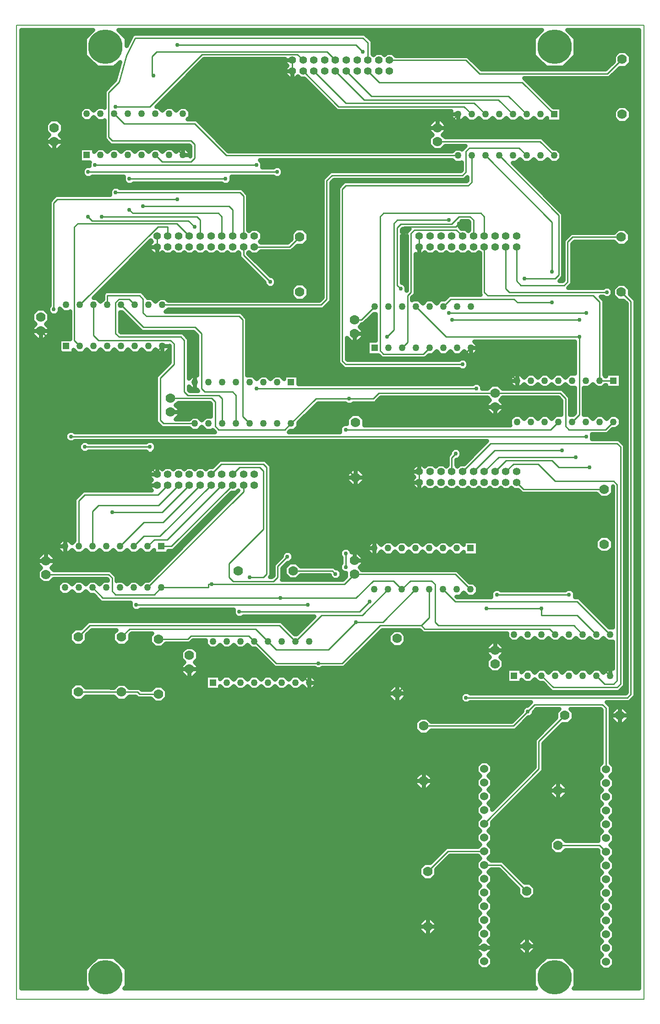
<source format=gbr>
G04 PROTEUS GERBER X2 FILE*
%TF.GenerationSoftware,Labcenter,Proteus,8.9-SP2-Build28501*%
%TF.CreationDate,2020-06-14T21:48:05+00:00*%
%TF.FileFunction,Copper,L1,Top*%
%TF.FilePolarity,Positive*%
%TF.Part,Single*%
%TF.SameCoordinates,{e504a607-b79b-4a28-9592-e2b99df874d4}*%
%FSLAX45Y45*%
%MOMM*%
G01*
%TA.AperFunction,Conductor*%
%ADD10C,0.254000*%
%TA.AperFunction,ViaPad*%
%ADD11C,0.762000*%
%TA.AperFunction,Conductor*%
%ADD12C,0.762000*%
%TA.AperFunction,ComponentPad*%
%ADD13R,1.270000X1.270000*%
%ADD14C,1.270000*%
%TA.AperFunction,WasherPad*%
%ADD15C,1.524000*%
%TA.AperFunction,WasherPad*%
%ADD16C,1.397000*%
%TA.AperFunction,ComponentPad*%
%ADD17C,1.778000*%
%TA.AperFunction,OtherPad,Unknown*%
%ADD18C,6.350000*%
%TA.AperFunction,Profile*%
%ADD19C,0.203200*%
%TD.AperFunction*%
G36*
X+5613640Y-8800000D02*
X+4395998Y-8800000D01*
X+4436079Y-8759919D01*
X+4436079Y-8440081D01*
X+4209919Y-8213921D01*
X+3890081Y-8213921D01*
X+3663921Y-8440081D01*
X+3663921Y-8759919D01*
X+3704002Y-8800000D01*
X-3904002Y-8800000D01*
X-3863921Y-8759919D01*
X-3863921Y-8440081D01*
X-4090081Y-8213921D01*
X-4409919Y-8213921D01*
X-4636079Y-8440081D01*
X-4636079Y-8759919D01*
X-4595998Y-8800000D01*
X-5813640Y-8800000D01*
X-5813640Y+8913640D01*
X-4482358Y+8913640D01*
X-4636079Y+8759919D01*
X-4636079Y+8440081D01*
X-4409919Y+8213921D01*
X-4090081Y+8213921D01*
X-3980701Y+8323301D01*
X-4072861Y+7991390D01*
X-4272279Y+7782576D01*
X-4272279Y+7476067D01*
X-4288291Y+7492079D01*
X-4397709Y+7492079D01*
X-4470000Y+7419788D01*
X-4542291Y+7492079D01*
X-4651709Y+7492079D01*
X-4729079Y+7414709D01*
X-4729079Y+7305291D01*
X-4651709Y+7227921D01*
X-4542291Y+7227921D01*
X-4470000Y+7300212D01*
X-4397709Y+7227921D01*
X-4288291Y+7227921D01*
X-4272279Y+7243933D01*
X-4272279Y+6893249D01*
X-4161165Y+6782135D01*
X-2706079Y+6782135D01*
X-2684779Y+6760835D01*
X-2684779Y+6574165D01*
X-2686921Y+6572023D01*
X-2686921Y+6652709D01*
X-2764291Y+6730079D01*
X-2873709Y+6730079D01*
X-2946000Y+6657788D01*
X-3018291Y+6730079D01*
X-3127709Y+6730079D01*
X-3200000Y+6657788D01*
X-3272291Y+6730079D01*
X-3381709Y+6730079D01*
X-3454000Y+6657788D01*
X-3526291Y+6730079D01*
X-3635709Y+6730079D01*
X-3708000Y+6657788D01*
X-3780291Y+6730079D01*
X-3889709Y+6730079D01*
X-3962000Y+6657788D01*
X-4034291Y+6730079D01*
X-4143709Y+6730079D01*
X-4216000Y+6657788D01*
X-4288291Y+6730079D01*
X-4397709Y+6730079D01*
X-4464921Y+6662867D01*
X-4464921Y+6730079D01*
X-4729079Y+6730079D01*
X-4729079Y+6465921D01*
X-4543446Y+6465921D01*
X-4551679Y+6457688D01*
X-4551679Y+6393179D01*
X-4616188Y+6393179D01*
X-4678679Y+6330688D01*
X-4678679Y+6242312D01*
X-4616188Y+6179821D01*
X-4527812Y+6179821D01*
X-4502412Y+6205221D01*
X-3915146Y+6205221D01*
X-3916679Y+6203688D01*
X-3916679Y+6115312D01*
X-3854188Y+6052821D01*
X-3765812Y+6052821D01*
X-3740412Y+6078221D01*
X-2101588Y+6078221D01*
X-2076188Y+6052821D01*
X-1987812Y+6052821D01*
X-1925321Y+6115312D01*
X-1925321Y+6203688D01*
X-1926854Y+6205221D01*
X-1149088Y+6205221D01*
X-1123688Y+6179821D01*
X-1035312Y+6179821D01*
X-972821Y+6242312D01*
X-972821Y+6330688D01*
X-1035312Y+6393179D01*
X-1123688Y+6393179D01*
X-1149088Y+6367779D01*
X-1355354Y+6367779D01*
X-1353821Y+6369312D01*
X-1353821Y+6457688D01*
X-1402854Y+6506721D01*
X+2158491Y+6506721D01*
X+2209291Y+6455921D01*
X+2318709Y+6455921D01*
X+2331721Y+6468933D01*
X+2331721Y+6320165D01*
X+2315835Y+6304279D01*
X-97165Y+6304279D01*
X-241220Y+6160224D01*
X-241220Y+3970665D01*
X-300606Y+3911279D01*
X-3094491Y+3911279D01*
X-3145291Y+3962079D01*
X-3254709Y+3962079D01*
X-3327000Y+3889788D01*
X-3399291Y+3962079D01*
X-3474721Y+3962079D01*
X-3474721Y+3970665D01*
X-3585835Y+4081779D01*
X-4249665Y+4081779D01*
X-4297279Y+4034165D01*
X-4297279Y+3935509D01*
X-4343000Y+3889788D01*
X-4415291Y+3962079D01*
X-4476977Y+3962079D01*
X-3417412Y+5021644D01*
X-3395768Y+5000000D01*
X-3438429Y+4957339D01*
X-3438429Y+4842661D01*
X-3357339Y+4761571D01*
X-3242661Y+4761571D01*
X-3200000Y+4804232D01*
X-3157339Y+4761571D01*
X-3042661Y+4761571D01*
X-3000000Y+4804232D01*
X-2957339Y+4761571D01*
X-2842661Y+4761571D01*
X-2800000Y+4804232D01*
X-2757339Y+4761571D01*
X-2642661Y+4761571D01*
X-2600000Y+4804232D01*
X-2557339Y+4761571D01*
X-2442661Y+4761571D01*
X-2400000Y+4804232D01*
X-2357339Y+4761571D01*
X-2242661Y+4761571D01*
X-2200000Y+4804232D01*
X-2157339Y+4761571D01*
X-2042661Y+4761571D01*
X-2000000Y+4804232D01*
X-1957339Y+4761571D01*
X-1842661Y+4761571D01*
X-1800000Y+4804232D01*
X-1781279Y+4785511D01*
X-1781279Y+4714335D01*
X-1313179Y+4246235D01*
X-1313179Y+4210312D01*
X-1250688Y+4147821D01*
X-1162312Y+4147821D01*
X-1099821Y+4210312D01*
X-1099821Y+4298688D01*
X-1162312Y+4361179D01*
X-1198235Y+4361179D01*
X-1618721Y+4781665D01*
X-1618721Y+4785511D01*
X-1600000Y+4804232D01*
X-1557339Y+4761571D01*
X-1442661Y+4761571D01*
X-1385511Y+4818721D01*
X-813335Y+4818721D01*
X-704535Y+4927521D01*
X-596770Y+4927521D01*
X-504521Y+5019770D01*
X-504521Y+5150230D01*
X-596770Y+5242479D01*
X-727230Y+5242479D01*
X-819479Y+5150230D01*
X-819479Y+5042465D01*
X-880665Y+4981279D01*
X-1385511Y+4981279D01*
X-1404232Y+5000000D01*
X-1361571Y+5042661D01*
X-1361571Y+5157339D01*
X-1442661Y+5238429D01*
X-1557339Y+5238429D01*
X-1600000Y+5195768D01*
X-1618721Y+5214489D01*
X-1618721Y+5875665D01*
X-1729835Y+5986779D01*
X-3994412Y+5986779D01*
X-4019812Y+6012179D01*
X-4108188Y+6012179D01*
X-4170679Y+5949688D01*
X-4170679Y+5861312D01*
X-4169146Y+5859779D01*
X-5177165Y+5859779D01*
X-5288279Y+5748665D01*
X-5288279Y+3816088D01*
X-5313679Y+3790688D01*
X-5313679Y+3702312D01*
X-5251188Y+3639821D01*
X-5162812Y+3639821D01*
X-5100321Y+3702312D01*
X-5100321Y+3765533D01*
X-5032709Y+3697921D01*
X-4923291Y+3697921D01*
X-4907279Y+3713933D01*
X-4907279Y+3200079D01*
X-5110079Y+3200079D01*
X-5110079Y+2935921D01*
X-4845921Y+2935921D01*
X-4845921Y+3003133D01*
X-4778709Y+2935921D01*
X-4669291Y+2935921D01*
X-4597000Y+3008212D01*
X-4524709Y+2935921D01*
X-4415291Y+2935921D01*
X-4343000Y+3008212D01*
X-4270709Y+2935921D01*
X-4161291Y+2935921D01*
X-4089000Y+3008212D01*
X-4016709Y+2935921D01*
X-3907291Y+2935921D01*
X-3835000Y+3008212D01*
X-3762709Y+2935921D01*
X-3653291Y+2935921D01*
X-3581000Y+3008212D01*
X-3508709Y+2935921D01*
X-3399291Y+2935921D01*
X-3327000Y+3008212D01*
X-3254709Y+2935921D01*
X-3145291Y+2935921D01*
X-3067921Y+3013291D01*
X-3067921Y+3079977D01*
X-3065779Y+3077835D01*
X-3065779Y+2764165D01*
X-3319779Y+2510165D01*
X-3319779Y+1665835D01*
X-3208665Y+1554721D01*
X-2705509Y+1554721D01*
X-2654709Y+1503921D01*
X-2545291Y+1503921D01*
X-2473000Y+1576212D01*
X-2400709Y+1503921D01*
X-2291291Y+1503921D01*
X-2272578Y+1522634D01*
X-2228223Y+1478279D01*
X-4819912Y+1478279D01*
X-4845312Y+1503679D01*
X-4933688Y+1503679D01*
X-4996179Y+1441188D01*
X-4996179Y+1352812D01*
X-4933688Y+1290321D01*
X-4845312Y+1290321D01*
X-4819912Y+1315721D01*
X+2800777Y+1315721D01*
X+2373485Y+888429D01*
X+2292661Y+888429D01*
X+2250000Y+845768D01*
X+2231279Y+864489D01*
X+2231279Y+972821D01*
X+2266688Y+972821D01*
X+2329179Y+1035312D01*
X+2329179Y+1123688D01*
X+2266688Y+1186179D01*
X+2178312Y+1186179D01*
X+2115821Y+1123688D01*
X+2115821Y+1087765D01*
X+2068721Y+1040665D01*
X+2068721Y+864489D01*
X+2050000Y+845768D01*
X+2007339Y+888429D01*
X+1892661Y+888429D01*
X+1850000Y+845768D01*
X+1807339Y+888429D01*
X+1692661Y+888429D01*
X+1650000Y+845768D01*
X+1607339Y+888429D01*
X+1492661Y+888429D01*
X+1411571Y+807339D01*
X+1411571Y+692661D01*
X+1454232Y+650000D01*
X+1411571Y+607339D01*
X+1411571Y+492661D01*
X+1492661Y+411571D01*
X+1607339Y+411571D01*
X+1650000Y+454232D01*
X+1692661Y+411571D01*
X+1807339Y+411571D01*
X+1850000Y+454232D01*
X+1892661Y+411571D01*
X+2007339Y+411571D01*
X+2050000Y+454232D01*
X+2092661Y+411571D01*
X+2207339Y+411571D01*
X+2250000Y+454232D01*
X+2292661Y+411571D01*
X+2407339Y+411571D01*
X+2450000Y+454232D01*
X+2492661Y+411571D01*
X+2607339Y+411571D01*
X+2650000Y+454232D01*
X+2692661Y+411571D01*
X+2807339Y+411571D01*
X+2850000Y+454232D01*
X+2892661Y+411571D01*
X+3007339Y+411571D01*
X+3050000Y+454232D01*
X+3092661Y+411571D01*
X+3207339Y+411571D01*
X+3250000Y+454232D01*
X+3292661Y+411571D01*
X+3373485Y+411571D01*
X+3445335Y+339721D01*
X+4824570Y+339721D01*
X+4900770Y+263521D01*
X+5031230Y+263521D01*
X+5123479Y+355770D01*
X+5123479Y+476577D01*
X+5125721Y+474335D01*
X+5125721Y-2130921D01*
X+5063865Y-2130921D01*
X+4502665Y-1569721D01*
X+4423146Y-1569721D01*
X+4424679Y-1568188D01*
X+4424679Y-1479812D01*
X+4362188Y-1417321D01*
X+4273812Y-1417321D01*
X+4248412Y-1442721D01*
X+3651250Y-1442722D01*
X+3054088Y-1442721D01*
X+3028688Y-1417321D01*
X+2940312Y-1417321D01*
X+2877821Y-1479812D01*
X+2877821Y-1568188D01*
X+2879354Y-1569721D01*
X+2245665Y-1569721D01*
X+2236023Y-1560079D01*
X+2297709Y-1560079D01*
X+2370000Y-1487788D01*
X+2442291Y-1560079D01*
X+2551709Y-1560079D01*
X+2629079Y-1482709D01*
X+2629079Y-1373291D01*
X+2551709Y-1295921D01*
X+2479865Y-1295921D01*
X+2252665Y-1068721D01*
X+491430Y-1068721D01*
X+445709Y-1023000D01*
X+507479Y-961230D01*
X+507479Y-830770D01*
X+415230Y-738521D01*
X+297179Y-738521D01*
X+297179Y-717812D01*
X+234688Y-655321D01*
X+146312Y-655321D01*
X+83821Y-717812D01*
X+83821Y-806188D01*
X+109221Y-831588D01*
X+109221Y-946412D01*
X+83821Y-971812D01*
X+83821Y-1060188D01*
X+146312Y-1122679D01*
X+192521Y-1122679D01*
X+192521Y-1192535D01*
X+132835Y-1252221D01*
X-997577Y-1252221D01*
X-984574Y-1239218D01*
X-984574Y-1036018D01*
X-880735Y-932179D01*
X-855888Y-932179D01*
X-943479Y-1019770D01*
X-943479Y-1150230D01*
X-851230Y-1242479D01*
X-720770Y-1242479D01*
X-644570Y-1166279D01*
X-106679Y-1166279D01*
X-106679Y-1187188D01*
X-44188Y-1249679D01*
X+44188Y-1249679D01*
X+106679Y-1187188D01*
X+106679Y-1098812D01*
X+44188Y-1036321D01*
X+8265Y-1036321D01*
X-24335Y-1003721D01*
X-644570Y-1003721D01*
X-720770Y-927521D01*
X-840154Y-927521D01*
X-782321Y-869688D01*
X-782321Y-781312D01*
X-844812Y-718821D01*
X-933188Y-718821D01*
X-995679Y-781312D01*
X-995679Y-817235D01*
X-1147132Y-968688D01*
X-1147132Y-1171888D01*
X-1176665Y-1201421D01*
X-1213477Y-1201421D01*
X-1188721Y-1176665D01*
X-1188721Y+859165D01*
X-1299835Y+970279D01*
X-2144665Y+970279D01*
X-2276515Y+838429D01*
X-2357339Y+838429D01*
X-2400000Y+795768D01*
X-2442661Y+838429D01*
X-2557339Y+838429D01*
X-2600000Y+795768D01*
X-2642661Y+838429D01*
X-2757339Y+838429D01*
X-2800000Y+795768D01*
X-2842661Y+838429D01*
X-2957339Y+838429D01*
X-3000000Y+795768D01*
X-3042661Y+838429D01*
X-3157339Y+838429D01*
X-3200000Y+795768D01*
X-3242661Y+838429D01*
X-3357339Y+838429D01*
X-3438429Y+757339D01*
X-3438429Y+642661D01*
X-3395768Y+600000D01*
X-3438429Y+557339D01*
X-3438429Y+442661D01*
X-3394547Y+398779D01*
X-4669165Y+398779D01*
X-4827279Y+240665D01*
X-4827279Y-528491D01*
X-4873000Y-574212D01*
X-4945291Y-501921D01*
X-5054709Y-501921D01*
X-5132079Y-579291D01*
X-5132079Y-688709D01*
X-5054709Y-766079D01*
X-4945291Y-766079D01*
X-4873000Y-693788D01*
X-4800709Y-766079D01*
X-4691291Y-766079D01*
X-4619000Y-693788D01*
X-4546709Y-766079D01*
X-4437291Y-766079D01*
X-4365000Y-693788D01*
X-4292709Y-766079D01*
X-4183291Y-766079D01*
X-4111000Y-693788D01*
X-4038709Y-766079D01*
X-3929291Y-766079D01*
X-3857000Y-693788D01*
X-3784709Y-766079D01*
X-3675291Y-766079D01*
X-3603000Y-693788D01*
X-3530709Y-766079D01*
X-3421291Y-766079D01*
X-3354079Y-698867D01*
X-3354079Y-766079D01*
X-3089921Y-766079D01*
X-3089921Y-715279D01*
X-3000335Y-715279D01*
X-1923485Y+361571D01*
X-1842661Y+361571D01*
X-1800000Y+404232D01*
X-1795356Y+399588D01*
X-3458865Y-1263921D01*
X-3530709Y-1263921D01*
X-3603000Y-1336212D01*
X-3675291Y-1263921D01*
X-3784709Y-1263921D01*
X-3857000Y-1336212D01*
X-3929291Y-1263921D01*
X-4038709Y-1263921D01*
X-4046221Y-1271433D01*
X-4046221Y-1183835D01*
X-4157335Y-1072721D01*
X-5208570Y-1072721D01*
X-5254291Y-1027000D01*
X-5192521Y-965230D01*
X-5192521Y-834770D01*
X-5284770Y-742521D01*
X-5415230Y-742521D01*
X-5507479Y-834770D01*
X-5507479Y-965230D01*
X-5445709Y-1027000D01*
X-5507479Y-1088770D01*
X-5507479Y-1219230D01*
X-5415230Y-1311479D01*
X-5284770Y-1311479D01*
X-5208570Y-1235279D01*
X-4224665Y-1235279D01*
X-4208779Y-1251165D01*
X-4208779Y-1263921D01*
X-4292709Y-1263921D01*
X-4365000Y-1336212D01*
X-4437291Y-1263921D01*
X-4546709Y-1263921D01*
X-4619000Y-1336212D01*
X-4691291Y-1263921D01*
X-4800709Y-1263921D01*
X-4873000Y-1336212D01*
X-4945291Y-1263921D01*
X-5054709Y-1263921D01*
X-5132079Y-1341291D01*
X-5132079Y-1450709D01*
X-5054709Y-1528079D01*
X-4945291Y-1528079D01*
X-4873000Y-1455788D01*
X-4800709Y-1528079D01*
X-4691291Y-1528079D01*
X-4619000Y-1455788D01*
X-4546709Y-1528079D01*
X-4474865Y-1528079D01*
X-4334165Y-1668779D01*
X-3788146Y-1668779D01*
X-3789679Y-1670312D01*
X-3789679Y-1758688D01*
X-3727188Y-1821179D01*
X-3638812Y-1821179D01*
X-3613412Y-1795779D01*
X-1883146Y-1795779D01*
X-1884679Y-1797312D01*
X-1884679Y-1885688D01*
X-1822188Y-1948179D01*
X-1733812Y-1948179D01*
X-1708412Y-1922779D01*
X-391723Y-1922779D01*
X-724865Y-2255921D01*
X-759135Y-2255921D01*
X-1000835Y-2014221D01*
X-4578165Y-2014221D01*
X-4712465Y-2148521D01*
X-4820230Y-2148521D01*
X-4912479Y-2240770D01*
X-4912479Y-2371230D01*
X-4820230Y-2463479D01*
X-4689770Y-2463479D01*
X-4597521Y-2371230D01*
X-4597521Y-2263465D01*
X-4510835Y-2176779D01*
X-4048488Y-2176779D01*
X-4114479Y-2242770D01*
X-4114479Y-2373230D01*
X-4022230Y-2465479D01*
X-3891770Y-2465479D01*
X-3799521Y-2373230D01*
X-3799521Y-2265465D01*
X-3774335Y-2240279D01*
X-3389988Y-2240279D01*
X-3431479Y-2281770D01*
X-3431479Y-2412230D01*
X-3339230Y-2504479D01*
X-3208770Y-2504479D01*
X-3132570Y-2428279D01*
X-2694335Y-2428279D01*
X-2633335Y-2367279D01*
X-2398079Y-2367279D01*
X-2398079Y-2442709D01*
X-2320709Y-2520079D01*
X-2211291Y-2520079D01*
X-2139000Y-2447788D01*
X-2066709Y-2520079D01*
X-1957291Y-2520079D01*
X-1885000Y-2447788D01*
X-1812709Y-2520079D01*
X-1703291Y-2520079D01*
X-1631000Y-2447788D01*
X-1558709Y-2520079D01*
X-1486865Y-2520079D01*
X-1131665Y-2875279D01*
X-387088Y-2875279D01*
X-361688Y-2900679D01*
X-273312Y-2900679D01*
X-247912Y-2875279D01*
X+160665Y-2875279D01*
X+859165Y-2176779D01*
X+1553835Y-2176779D01*
X+1617335Y-2240279D01*
X+3170921Y-2240279D01*
X+3170921Y-2317709D01*
X+3248291Y-2395079D01*
X+3357709Y-2395079D01*
X+3430000Y-2322788D01*
X+3502291Y-2395079D01*
X+3611709Y-2395079D01*
X+3684000Y-2322788D01*
X+3756291Y-2395079D01*
X+3865709Y-2395079D01*
X+3938000Y-2322788D01*
X+4010291Y-2395079D01*
X+4119709Y-2395079D01*
X+4192000Y-2322788D01*
X+4264291Y-2395079D01*
X+4373709Y-2395079D01*
X+4446000Y-2322788D01*
X+4518291Y-2395079D01*
X+4627709Y-2395079D01*
X+4700000Y-2322788D01*
X+4772291Y-2395079D01*
X+4881709Y-2395079D01*
X+4954000Y-2322788D01*
X+5026291Y-2395079D01*
X+5125721Y-2395079D01*
X+5125721Y-2892921D01*
X+5026291Y-2892921D01*
X+4954000Y-2965212D01*
X+4881709Y-2892921D01*
X+4772291Y-2892921D01*
X+4700000Y-2965212D01*
X+4627709Y-2892921D01*
X+4518291Y-2892921D01*
X+4446000Y-2965212D01*
X+4373709Y-2892921D01*
X+4264291Y-2892921D01*
X+4192000Y-2965212D01*
X+4119709Y-2892921D01*
X+4010291Y-2892921D01*
X+3938000Y-2965212D01*
X+3865709Y-2892921D01*
X+3756291Y-2892921D01*
X+3684000Y-2965212D01*
X+3611709Y-2892921D01*
X+3502291Y-2892921D01*
X+3435079Y-2960133D01*
X+3435079Y-2892921D01*
X+3170921Y-2892921D01*
X+3170921Y-3157079D01*
X+3435079Y-3157079D01*
X+3435079Y-3089867D01*
X+3502291Y-3157079D01*
X+3611709Y-3157079D01*
X+3684000Y-3084788D01*
X+3756291Y-3157079D01*
X+3828135Y-3157079D01*
X+3990835Y-3319779D01*
X+5240665Y-3319779D01*
X+5351779Y-3208665D01*
X+5351779Y+1240165D01*
X+5240665Y+1351279D01*
X+4740646Y+1351279D01*
X+4742179Y+1352812D01*
X+4742179Y+1441188D01*
X+4740646Y+1442721D01*
X+5025665Y+1442721D01*
X+5118865Y+1535921D01*
X+5190709Y+1535921D01*
X+5268079Y+1613291D01*
X+5268079Y+1722709D01*
X+5190709Y+1800079D01*
X+5081291Y+1800079D01*
X+5009000Y+1727788D01*
X+4936709Y+1800079D01*
X+4827291Y+1800079D01*
X+4755000Y+1727788D01*
X+4682709Y+1800079D01*
X+4589779Y+1800079D01*
X+4589779Y+2297921D01*
X+4682709Y+2297921D01*
X+4755000Y+2370212D01*
X+4827291Y+2297921D01*
X+4936709Y+2297921D01*
X+4987509Y+2348721D01*
X+5003921Y+2348721D01*
X+5003921Y+2297921D01*
X+5268079Y+2297921D01*
X+5268079Y+2562079D01*
X+5003921Y+2562079D01*
X+5003921Y+2511280D01*
X+4987508Y+2511280D01*
X+4963279Y+2535509D01*
X+4963279Y+3914665D01*
X+4895223Y+3982721D01*
X+4946912Y+3982721D01*
X+4972312Y+3957321D01*
X+5060688Y+3957321D01*
X+5123179Y+4019812D01*
X+5123179Y+4108188D01*
X+5060688Y+4170679D01*
X+4972312Y+4170679D01*
X+4946912Y+4145279D01*
X+4299078Y+4145279D01*
X+4374634Y+4220835D01*
X+4374634Y+4959190D01*
X+4415165Y+4999721D01*
X+5142570Y+4999721D01*
X+5218770Y+4923521D01*
X+5349230Y+4923521D01*
X+5441479Y+5015770D01*
X+5441479Y+5146230D01*
X+5349230Y+5238479D01*
X+5218770Y+5238479D01*
X+5142570Y+5162279D01*
X+4347835Y+5162279D01*
X+4212076Y+5026520D01*
X+4212076Y+4288165D01*
X+4196190Y+4272279D01*
X+4133223Y+4272279D01*
X+4208779Y+4347835D01*
X+4208779Y+5520165D01*
X+3273023Y+6455921D01*
X+3334709Y+6455921D01*
X+3407000Y+6528212D01*
X+3479291Y+6455921D01*
X+3588709Y+6455921D01*
X+3661000Y+6528212D01*
X+3733291Y+6455921D01*
X+3842709Y+6455921D01*
X+3915000Y+6528212D01*
X+3987291Y+6455921D01*
X+4096709Y+6455921D01*
X+4174079Y+6533291D01*
X+4174079Y+6642709D01*
X+4096709Y+6720079D01*
X+4024865Y+6720079D01*
X+3813665Y+6931279D01*
X+2025430Y+6931279D01*
X+1979709Y+6977000D01*
X+2041479Y+7038770D01*
X+2041479Y+7169230D01*
X+1949230Y+7261479D01*
X+1818770Y+7261479D01*
X+1726521Y+7169230D01*
X+1726521Y+7038770D01*
X+1788291Y+6977000D01*
X+1726521Y+6915230D01*
X+1726521Y+6784770D01*
X+1818770Y+6692521D01*
X+1949230Y+6692521D01*
X+2025430Y+6768721D01*
X+2399277Y+6768721D01*
X+2334672Y+6704116D01*
X+2318709Y+6720079D01*
X+2209291Y+6720079D01*
X+2158491Y+6669279D01*
X-1982335Y+6669279D01*
X-2569835Y+7256779D01*
X-2735433Y+7256779D01*
X-2686921Y+7305291D01*
X-2686921Y+7414709D01*
X-2764291Y+7492079D01*
X-2873709Y+7492079D01*
X-2946000Y+7419788D01*
X-3018291Y+7492079D01*
X-3127709Y+7492079D01*
X-3200000Y+7419788D01*
X-3272291Y+7492079D01*
X-3314977Y+7492079D01*
X-2430260Y+8376796D01*
X-938429Y+8376796D01*
X-938429Y+8292661D01*
X-895768Y+8250000D01*
X-938429Y+8207339D01*
X-938429Y+8092661D01*
X-857339Y+8011571D01*
X-742661Y+8011571D01*
X-700000Y+8054232D01*
X-657339Y+8011571D01*
X-576515Y+8011571D01*
X+23335Y+7411721D01*
X+2138933Y+7411721D01*
X+2131921Y+7404709D01*
X+2131921Y+7295291D01*
X+2209291Y+7217921D01*
X+2318709Y+7217921D01*
X+2391000Y+7290212D01*
X+2463291Y+7217921D01*
X+2572709Y+7217921D01*
X+2645000Y+7290212D01*
X+2717291Y+7217921D01*
X+2826709Y+7217921D01*
X+2899000Y+7290212D01*
X+2971291Y+7217921D01*
X+3080709Y+7217921D01*
X+3153000Y+7290212D01*
X+3225291Y+7217921D01*
X+3334709Y+7217921D01*
X+3407000Y+7290212D01*
X+3479291Y+7217921D01*
X+3588709Y+7217921D01*
X+3661000Y+7290212D01*
X+3733291Y+7217921D01*
X+3842709Y+7217921D01*
X+3909921Y+7285133D01*
X+3909921Y+7217921D01*
X+4174079Y+7217921D01*
X+4174079Y+7482079D01*
X+4024865Y+7482079D01*
X+3488223Y+8018721D01*
X+5063665Y+8018721D01*
X+5255465Y+8210521D01*
X+5363230Y+8210521D01*
X+5455479Y+8302770D01*
X+5455479Y+8433230D01*
X+5363230Y+8525479D01*
X+5232770Y+8525479D01*
X+5140521Y+8433230D01*
X+5140521Y+8325465D01*
X+4996335Y+8181279D01*
X+2696665Y+8181279D01*
X+2446665Y+8431279D01*
X+1114489Y+8431279D01*
X+1057339Y+8488429D01*
X+942661Y+8488429D01*
X+900000Y+8445768D01*
X+857339Y+8488429D01*
X+742661Y+8488429D01*
X+700000Y+8445768D01*
X+681279Y+8464489D01*
X+681279Y+8704665D01*
X+541665Y+8844279D01*
X-3722955Y+8844279D01*
X-3762084Y+8820260D01*
X-3863921Y+8619645D01*
X-3863921Y+8759919D01*
X-4017642Y+8913640D01*
X+3817642Y+8913640D01*
X+3663921Y+8759919D01*
X+3663921Y+8440081D01*
X+3890081Y+8213921D01*
X+4209919Y+8213921D01*
X+4436079Y+8440081D01*
X+4436079Y+8759919D01*
X+4282358Y+8913640D01*
X+5613640Y+8913640D01*
X+5613640Y-8800000D01*
G37*
%LPC*%
G36*
X+2629079Y-798079D02*
X+2364921Y-798079D01*
X+2364921Y-730867D01*
X+2297709Y-798079D01*
X+2188291Y-798079D01*
X+2116000Y-725788D01*
X+2043709Y-798079D01*
X+1934291Y-798079D01*
X+1862000Y-725788D01*
X+1789709Y-798079D01*
X+1680291Y-798079D01*
X+1608000Y-725788D01*
X+1535709Y-798079D01*
X+1426291Y-798079D01*
X+1354000Y-725788D01*
X+1281709Y-798079D01*
X+1172291Y-798079D01*
X+1100000Y-725788D01*
X+1027709Y-798079D01*
X+918291Y-798079D01*
X+846000Y-725788D01*
X+773709Y-798079D01*
X+664291Y-798079D01*
X+586921Y-720709D01*
X+586921Y-611291D01*
X+664291Y-533921D01*
X+773709Y-533921D01*
X+846000Y-606212D01*
X+918291Y-533921D01*
X+1027709Y-533921D01*
X+1100000Y-606212D01*
X+1172291Y-533921D01*
X+1281709Y-533921D01*
X+1354000Y-606212D01*
X+1426291Y-533921D01*
X+1535709Y-533921D01*
X+1608000Y-606212D01*
X+1680291Y-533921D01*
X+1789709Y-533921D01*
X+1862000Y-606212D01*
X+1934291Y-533921D01*
X+2043709Y-533921D01*
X+2116000Y-606212D01*
X+2188291Y-533921D01*
X+2297709Y-533921D01*
X+2364921Y-601133D01*
X+2364921Y-533921D01*
X+2629079Y-533921D01*
X+2629079Y-798079D01*
G37*
G36*
X-355921Y-3095291D02*
X-355921Y-3204709D01*
X-433291Y-3282079D01*
X-542709Y-3282079D01*
X-615000Y-3209788D01*
X-687291Y-3282079D01*
X-796709Y-3282079D01*
X-869000Y-3209788D01*
X-941291Y-3282079D01*
X-1050709Y-3282079D01*
X-1123000Y-3209788D01*
X-1195291Y-3282079D01*
X-1304709Y-3282079D01*
X-1377000Y-3209788D01*
X-1449291Y-3282079D01*
X-1558709Y-3282079D01*
X-1631000Y-3209788D01*
X-1703291Y-3282079D01*
X-1812709Y-3282079D01*
X-1885000Y-3209788D01*
X-1957291Y-3282079D01*
X-2066709Y-3282079D01*
X-2133921Y-3214867D01*
X-2133921Y-3282079D01*
X-2398079Y-3282079D01*
X-2398079Y-3017921D01*
X-2133921Y-3017921D01*
X-2133921Y-3085133D01*
X-2066709Y-3017921D01*
X-1957291Y-3017921D01*
X-1885000Y-3090212D01*
X-1812709Y-3017921D01*
X-1703291Y-3017921D01*
X-1631000Y-3090212D01*
X-1558709Y-3017921D01*
X-1449291Y-3017921D01*
X-1377000Y-3090212D01*
X-1304709Y-3017921D01*
X-1195291Y-3017921D01*
X-1123000Y-3090212D01*
X-1050709Y-3017921D01*
X-941291Y-3017921D01*
X-869000Y-3090212D01*
X-796709Y-3017921D01*
X-687291Y-3017921D01*
X-615000Y-3090212D01*
X-542709Y-3017921D01*
X-433291Y-3017921D01*
X-355921Y-3095291D01*
G37*
G36*
X+5441479Y+4130230D02*
X+5441479Y+4022465D01*
X+5542279Y+3921665D01*
X+5542279Y-3399165D01*
X+5431165Y-3510279D01*
X+5005723Y-3510279D01*
X+5081279Y-3585835D01*
X+5081279Y-4632531D01*
X+5144779Y-4696031D01*
X+5144779Y-4815969D01*
X+5077748Y-4883000D01*
X+5144779Y-4950031D01*
X+5144779Y-5069969D01*
X+5077748Y-5137000D01*
X+5144779Y-5204031D01*
X+5144779Y-5323969D01*
X+5077748Y-5391000D01*
X+5144779Y-5458031D01*
X+5144779Y-5577969D01*
X+5077748Y-5645000D01*
X+5144779Y-5712031D01*
X+5144779Y-5831969D01*
X+5077748Y-5899000D01*
X+5144779Y-5966031D01*
X+5144779Y-6085969D01*
X+5077748Y-6153000D01*
X+5144779Y-6220031D01*
X+5144779Y-6339969D01*
X+5077748Y-6407000D01*
X+5144779Y-6474031D01*
X+5144779Y-6593969D01*
X+5077748Y-6661000D01*
X+5144779Y-6728031D01*
X+5144779Y-6847969D01*
X+5077748Y-6915000D01*
X+5144779Y-6982031D01*
X+5144779Y-7101969D01*
X+5077748Y-7169000D01*
X+5144779Y-7236031D01*
X+5144779Y-7355969D01*
X+5077748Y-7423000D01*
X+5144779Y-7490031D01*
X+5144779Y-7609969D01*
X+5077748Y-7677000D01*
X+5144779Y-7744031D01*
X+5144779Y-7863969D01*
X+5077748Y-7931000D01*
X+5144779Y-7998031D01*
X+5144779Y-8117969D01*
X+5077748Y-8185000D01*
X+5144779Y-8252031D01*
X+5144779Y-8371969D01*
X+5059969Y-8456779D01*
X+4940031Y-8456779D01*
X+4855221Y-8371969D01*
X+4855221Y-8252031D01*
X+4922252Y-8185000D01*
X+4855221Y-8117969D01*
X+4855221Y-7998031D01*
X+4922252Y-7931000D01*
X+4855221Y-7863969D01*
X+4855221Y-7744031D01*
X+4922252Y-7677000D01*
X+4855221Y-7609969D01*
X+4855221Y-7490031D01*
X+4922252Y-7423000D01*
X+4855221Y-7355969D01*
X+4855221Y-7236031D01*
X+4922252Y-7169000D01*
X+4855221Y-7101969D01*
X+4855221Y-6982031D01*
X+4922252Y-6915000D01*
X+4855221Y-6847969D01*
X+4855221Y-6728031D01*
X+4922252Y-6661000D01*
X+4855221Y-6593969D01*
X+4855221Y-6474031D01*
X+4922252Y-6407000D01*
X+4855221Y-6339969D01*
X+4855221Y-6250165D01*
X+4844335Y-6239279D01*
X+4256430Y-6239279D01*
X+4180230Y-6315479D01*
X+4049770Y-6315479D01*
X+3957521Y-6223230D01*
X+3957521Y-6092770D01*
X+4049770Y-6000521D01*
X+4180230Y-6000521D01*
X+4256430Y-6076721D01*
X+4855221Y-6076721D01*
X+4855221Y-5966031D01*
X+4922252Y-5899000D01*
X+4855221Y-5831969D01*
X+4855221Y-5712031D01*
X+4922252Y-5645000D01*
X+4855221Y-5577969D01*
X+4855221Y-5458031D01*
X+4922252Y-5391000D01*
X+4855221Y-5323969D01*
X+4855221Y-5204031D01*
X+4922252Y-5137000D01*
X+4855221Y-5069969D01*
X+4855221Y-4950031D01*
X+4922252Y-4883000D01*
X+4855221Y-4815969D01*
X+4855221Y-4696031D01*
X+4918721Y-4632531D01*
X+4918721Y-3653165D01*
X+4902835Y-3637279D01*
X+4342988Y-3637279D01*
X+4396479Y-3690770D01*
X+4396479Y-3821230D01*
X+4304230Y-3913479D01*
X+4196465Y-3913479D01*
X+3840793Y-4269151D01*
X+3840793Y-4782151D01*
X+2894779Y-5728165D01*
X+2894779Y-5817969D01*
X+2827748Y-5885000D01*
X+2894779Y-5952031D01*
X+2894779Y-6071969D01*
X+2827748Y-6139000D01*
X+2894779Y-6206031D01*
X+2894779Y-6325969D01*
X+2827748Y-6393000D01*
X+2873469Y-6438721D01*
X+3084665Y-6438721D01*
X+3490465Y-6844521D01*
X+3598230Y-6844521D01*
X+3690479Y-6936770D01*
X+3690479Y-7067230D01*
X+3598230Y-7159479D01*
X+3467770Y-7159479D01*
X+3375521Y-7067230D01*
X+3375521Y-6959465D01*
X+3017335Y-6601279D01*
X+2873469Y-6601279D01*
X+2827748Y-6647000D01*
X+2894779Y-6714031D01*
X+2894779Y-6833969D01*
X+2827748Y-6901000D01*
X+2894779Y-6968031D01*
X+2894779Y-7087969D01*
X+2827748Y-7155000D01*
X+2894779Y-7222031D01*
X+2894779Y-7341969D01*
X+2827748Y-7409000D01*
X+2894779Y-7476031D01*
X+2894779Y-7595969D01*
X+2827748Y-7663000D01*
X+2894779Y-7730031D01*
X+2894779Y-7849969D01*
X+2827748Y-7917000D01*
X+2894779Y-7984031D01*
X+2894779Y-8103969D01*
X+2827748Y-8171000D01*
X+2894779Y-8238031D01*
X+2894779Y-8357969D01*
X+2809969Y-8442779D01*
X+2690031Y-8442779D01*
X+2605221Y-8357969D01*
X+2605221Y-8238031D01*
X+2672252Y-8171000D01*
X+2605221Y-8103969D01*
X+2605221Y-7984031D01*
X+2672252Y-7917000D01*
X+2605221Y-7849969D01*
X+2605221Y-7730031D01*
X+2672252Y-7663000D01*
X+2605221Y-7595969D01*
X+2605221Y-7476031D01*
X+2672252Y-7409000D01*
X+2605221Y-7341969D01*
X+2605221Y-7222031D01*
X+2672252Y-7155000D01*
X+2605221Y-7087969D01*
X+2605221Y-6968031D01*
X+2672252Y-6901000D01*
X+2605221Y-6833969D01*
X+2605221Y-6714031D01*
X+2672252Y-6647000D01*
X+2605221Y-6579969D01*
X+2605221Y-6460031D01*
X+2672252Y-6393000D01*
X+2626531Y-6347279D01*
X+2112665Y-6347279D01*
X+1860479Y-6599465D01*
X+1860479Y-6707230D01*
X+1768230Y-6799479D01*
X+1637770Y-6799479D01*
X+1545521Y-6707230D01*
X+1545521Y-6576770D01*
X+1637770Y-6484521D01*
X+1745535Y-6484521D01*
X+2045335Y-6184721D01*
X+2626531Y-6184721D01*
X+2672252Y-6139000D01*
X+2605221Y-6071969D01*
X+2605221Y-5952031D01*
X+2672252Y-5885000D01*
X+2605221Y-5817969D01*
X+2605221Y-5698031D01*
X+2672252Y-5631000D01*
X+2605221Y-5563969D01*
X+2605221Y-5444031D01*
X+2672252Y-5377000D01*
X+2605221Y-5309969D01*
X+2605221Y-5190031D01*
X+2672252Y-5123000D01*
X+2605221Y-5055969D01*
X+2605221Y-4936031D01*
X+2672252Y-4869000D01*
X+2605221Y-4801969D01*
X+2605221Y-4682031D01*
X+2690031Y-4597221D01*
X+2809969Y-4597221D01*
X+2894779Y-4682031D01*
X+2894779Y-4801969D01*
X+2827748Y-4869000D01*
X+2894779Y-4936031D01*
X+2894779Y-5055969D01*
X+2827748Y-5123000D01*
X+2894779Y-5190031D01*
X+2894779Y-5309969D01*
X+2827748Y-5377000D01*
X+2894779Y-5444031D01*
X+2894779Y-5498277D01*
X+3678235Y-4714821D01*
X+3678235Y-4201821D01*
X+4081521Y-3798535D01*
X+4081521Y-3690770D01*
X+4135012Y-3637279D01*
X+3716665Y-3637279D01*
X+3662679Y-3691265D01*
X+3662679Y-3727188D01*
X+3600188Y-3789679D01*
X+3564265Y-3789679D01*
X+3322665Y-4031279D01*
X+1769430Y-4031279D01*
X+1693230Y-4107479D01*
X+1562770Y-4107479D01*
X+1470521Y-4015230D01*
X+1470521Y-3884770D01*
X+1562770Y-3792521D01*
X+1693230Y-3792521D01*
X+1769430Y-3868721D01*
X+3255335Y-3868721D01*
X+3449321Y-3674735D01*
X+3449321Y-3638812D01*
X+3511812Y-3576321D01*
X+3547735Y-3576321D01*
X+3613777Y-3510279D01*
X+2482588Y-3510279D01*
X+2457188Y-3535679D01*
X+2368812Y-3535679D01*
X+2306321Y-3473188D01*
X+2306321Y-3384812D01*
X+2368812Y-3322321D01*
X+2457188Y-3322321D01*
X+2482588Y-3347721D01*
X+5363835Y-3347721D01*
X+5379721Y-3331835D01*
X+5379721Y+3854335D01*
X+5326535Y+3907521D01*
X+5218770Y+3907521D01*
X+5126521Y+3999770D01*
X+5126521Y+4130230D01*
X+5218770Y+4222479D01*
X+5349230Y+4222479D01*
X+5441479Y+4130230D01*
G37*
G36*
X-4613570Y-3240721D02*
X-4159335Y-3240721D01*
X-4157335Y-3242721D01*
X-4098430Y-3242721D01*
X-4022230Y-3166521D01*
X-3891770Y-3166521D01*
X-3815570Y-3242721D01*
X-3624835Y-3242721D01*
X-3585834Y-3281722D01*
X-3415430Y-3281721D01*
X-3339230Y-3205521D01*
X-3208770Y-3205521D01*
X-3116521Y-3297770D01*
X-3116521Y-3428230D01*
X-3208770Y-3520479D01*
X-3339230Y-3520479D01*
X-3415430Y-3444279D01*
X-3653166Y-3444278D01*
X-3692165Y-3405279D01*
X-3815570Y-3405279D01*
X-3891770Y-3481479D01*
X-4022230Y-3481479D01*
X-4098430Y-3405279D01*
X-4224665Y-3405279D01*
X-4226665Y-3403279D01*
X-4613570Y-3403279D01*
X-4689770Y-3479479D01*
X-4820230Y-3479479D01*
X-4912479Y-3387230D01*
X-4912479Y-3256770D01*
X-4820230Y-3164521D01*
X-4689770Y-3164521D01*
X-4613570Y-3240721D01*
G37*
G36*
X+1562770Y-4808521D02*
X+1693230Y-4808521D01*
X+1785479Y-4900770D01*
X+1785479Y-5031230D01*
X+1693230Y-5123479D01*
X+1562770Y-5123479D01*
X+1470521Y-5031230D01*
X+1470521Y-4900770D01*
X+1562770Y-4808521D01*
G37*
G36*
X+4049770Y-4984521D02*
X+4180230Y-4984521D01*
X+4272479Y-5076770D01*
X+4272479Y-5207230D01*
X+4180230Y-5299479D01*
X+4049770Y-5299479D01*
X+3957521Y-5207230D01*
X+3957521Y-5076770D01*
X+4049770Y-4984521D01*
G37*
G36*
X+1637770Y-7500521D02*
X+1768230Y-7500521D01*
X+1860479Y-7592770D01*
X+1860479Y-7723230D01*
X+1768230Y-7815479D01*
X+1637770Y-7815479D01*
X+1545521Y-7723230D01*
X+1545521Y-7592770D01*
X+1637770Y-7500521D01*
G37*
G36*
X+4900770Y-437521D02*
X+5031230Y-437521D01*
X+5123479Y-529770D01*
X+5123479Y-660230D01*
X+5031230Y-752479D01*
X+4900770Y-752479D01*
X+4808521Y-660230D01*
X+4808521Y-529770D01*
X+4900770Y-437521D01*
G37*
G36*
X-727230Y+4226479D02*
X-596770Y+4226479D01*
X-504521Y+4134230D01*
X-504521Y+4003770D01*
X-596770Y+3911521D01*
X-727230Y+3911521D01*
X-819479Y+4003770D01*
X-819479Y+4134230D01*
X-727230Y+4226479D01*
G37*
G36*
X+1073770Y-2178521D02*
X+1204230Y-2178521D01*
X+1296479Y-2270770D01*
X+1296479Y-2401230D01*
X+1204230Y-2493479D01*
X+1073770Y-2493479D01*
X+981521Y-2401230D01*
X+981521Y-2270770D01*
X+1073770Y-2178521D01*
G37*
G36*
X+1073770Y-3194521D02*
X+1204230Y-3194521D01*
X+1296479Y-3286770D01*
X+1296479Y-3417230D01*
X+1204230Y-3509479D01*
X+1073770Y-3509479D01*
X+981521Y-3417230D01*
X+981521Y-3286770D01*
X+1073770Y-3194521D01*
G37*
G36*
X+5097521Y-3821230D02*
X+5097521Y-3690770D01*
X+5189770Y-3598521D01*
X+5320230Y-3598521D01*
X+5412479Y-3690770D01*
X+5412479Y-3821230D01*
X+5320230Y-3913479D01*
X+5189770Y-3913479D01*
X+5097521Y-3821230D01*
G37*
G36*
X+303770Y+799479D02*
X+434230Y+799479D01*
X+526479Y+707230D01*
X+526479Y+576770D01*
X+434230Y+484521D01*
X+303770Y+484521D01*
X+211521Y+576770D01*
X+211521Y+707230D01*
X+303770Y+799479D01*
G37*
G36*
X+5232770Y+7509479D02*
X+5363230Y+7509479D01*
X+5455479Y+7417230D01*
X+5455479Y+7286770D01*
X+5363230Y+7194521D01*
X+5232770Y+7194521D01*
X+5140521Y+7286770D01*
X+5140521Y+7417230D01*
X+5232770Y+7509479D01*
G37*
G36*
X+3467770Y-7860521D02*
X+3598230Y-7860521D01*
X+3690479Y-7952770D01*
X+3690479Y-8083230D01*
X+3598230Y-8175479D01*
X+3467770Y-8175479D01*
X+3375521Y-8083230D01*
X+3375521Y-7952770D01*
X+3467770Y-7860521D01*
G37*
G36*
X+3107479Y-2484770D02*
X+3107479Y-2615230D01*
X+3045709Y-2677000D01*
X+3107479Y-2738770D01*
X+3107479Y-2869230D01*
X+3015230Y-2961479D01*
X+2884770Y-2961479D01*
X+2792521Y-2869230D01*
X+2792521Y-2738770D01*
X+2854291Y-2677000D01*
X+2792521Y-2615230D01*
X+2792521Y-2484770D01*
X+2884770Y-2392521D01*
X+3015230Y-2392521D01*
X+3107479Y-2484770D01*
G37*
G36*
X-2542521Y-2580770D02*
X-2542521Y-2711230D01*
X-2604291Y-2773000D01*
X-2542521Y-2834770D01*
X-2542521Y-2965230D01*
X-2634770Y-3057479D01*
X-2765230Y-3057479D01*
X-2857479Y-2965230D01*
X-2857479Y-2834770D01*
X-2795709Y-2773000D01*
X-2857479Y-2711230D01*
X-2857479Y-2580770D01*
X-2765230Y-2488521D01*
X-2634770Y-2488521D01*
X-2542521Y-2580770D01*
G37*
G36*
X-5292521Y+3669230D02*
X-5292521Y+3538770D01*
X-5354291Y+3477000D01*
X-5292521Y+3415230D01*
X-5292521Y+3284770D01*
X-5384770Y+3192521D01*
X-5515230Y+3192521D01*
X-5607479Y+3284770D01*
X-5607479Y+3415230D01*
X-5545709Y+3477000D01*
X-5607479Y+3538770D01*
X-5607479Y+3669230D01*
X-5515230Y+3761479D01*
X-5384770Y+3761479D01*
X-5292521Y+3669230D01*
G37*
G36*
X-5042521Y+7169230D02*
X-5042521Y+7038770D01*
X-5104291Y+6977000D01*
X-5042521Y+6915230D01*
X-5042521Y+6784770D01*
X-5134770Y+6692521D01*
X-5265230Y+6692521D01*
X-5357479Y+6784770D01*
X-5357479Y+6915230D01*
X-5295709Y+6977000D01*
X-5357479Y+7038770D01*
X-5357479Y+7169230D01*
X-5265230Y+7261479D01*
X-5134770Y+7261479D01*
X-5042521Y+7169230D01*
G37*
G36*
X-3105150Y+1182828D02*
X-3105150Y+1230172D01*
X-3071672Y+1263650D01*
X-3024328Y+1263650D01*
X-2990850Y+1230172D01*
X-2990850Y+1182828D01*
X-3024328Y+1149350D01*
X-3071672Y+1149350D01*
X-3105150Y+1182828D01*
G37*
G36*
X-3322321Y+1250688D02*
X-3322321Y+1162312D01*
X-3376656Y+1107978D01*
X-3371850Y+1103172D01*
X-3371850Y+1055828D01*
X-3405328Y+1022350D01*
X-3452672Y+1022350D01*
X-3486150Y+1055828D01*
X-3486150Y+1103172D01*
X-3481344Y+1107978D01*
X-3498588Y+1125221D01*
X-4565912Y+1125221D01*
X-4591312Y+1099821D01*
X-4679688Y+1099821D01*
X-4742179Y+1162312D01*
X-4742179Y+1250688D01*
X-4679688Y+1313179D01*
X-4591312Y+1313179D01*
X-4565912Y+1287779D01*
X-3498588Y+1287779D01*
X-3473188Y+1313179D01*
X-3384812Y+1313179D01*
X-3322321Y+1250688D01*
G37*
G36*
X-2660650Y+928828D02*
X-2660650Y+976172D01*
X-2627172Y+1009650D01*
X-2579828Y+1009650D01*
X-2546350Y+976172D01*
X-2546350Y+928828D01*
X-2579828Y+895350D01*
X-2627172Y+895350D01*
X-2660650Y+928828D01*
G37*
%LPD*%
G36*
X+2468721Y+5363835D02*
X+2468721Y+5214489D01*
X+2450000Y+5195768D01*
X+2407339Y+5238429D01*
X+2326515Y+5238429D01*
X+2288094Y+5276850D01*
X+2309672Y+5276850D01*
X+2343150Y+5310328D01*
X+2343150Y+5357672D01*
X+2321101Y+5379721D01*
X+2452835Y+5379721D01*
X+2468721Y+5363835D01*
G37*
G36*
X+1339528Y+5207796D02*
X+1315721Y+5183989D01*
X+1315721Y+5178601D01*
X+1293672Y+5200650D01*
X+1246328Y+5200650D01*
X+1224279Y+5178601D01*
X+1224279Y+5224135D01*
X+1240165Y+5240021D01*
X+1371753Y+5240021D01*
X+1339528Y+5207796D01*
G37*
G36*
X+1315721Y+4097665D02*
X+1313179Y+4095123D01*
X+1313179Y+4171688D01*
X+1250688Y+4234179D01*
X+1224279Y+4234179D01*
X+1224279Y+5108399D01*
X+1246328Y+5086350D01*
X+1293672Y+5086350D01*
X+1315721Y+5108399D01*
X+1315721Y+4097665D01*
G37*
G36*
X+2668721Y+4785511D02*
X+2668721Y+4030335D01*
X+2680777Y+4018279D01*
X+2097335Y+4018279D01*
X+2009135Y+3930079D01*
X+1937291Y+3930079D01*
X+1865000Y+3857788D01*
X+1792709Y+3930079D01*
X+1683291Y+3930079D01*
X+1611000Y+3857788D01*
X+1538709Y+3930079D01*
X+1429291Y+3930079D01*
X+1414779Y+3915567D01*
X+1414779Y+3966835D01*
X+1478279Y+4030335D01*
X+1478279Y+4775953D01*
X+1492661Y+4761571D01*
X+1607339Y+4761571D01*
X+1650000Y+4804232D01*
X+1692661Y+4761571D01*
X+1807339Y+4761571D01*
X+1850000Y+4804232D01*
X+1892661Y+4761571D01*
X+2007339Y+4761571D01*
X+2050000Y+4804232D01*
X+2092661Y+4761571D01*
X+2207339Y+4761571D01*
X+2250000Y+4804232D01*
X+2292661Y+4761571D01*
X+2407339Y+4761571D01*
X+2450000Y+4804232D01*
X+2492661Y+4761571D01*
X+2607339Y+4761571D01*
X+2650000Y+4804232D01*
X+2668721Y+4785511D01*
G37*
G36*
X+2436721Y+6129665D02*
X+2420835Y+6113779D01*
X+156835Y+6113779D01*
X+45721Y+6002665D01*
X+45721Y+2760335D01*
X+156835Y+2649221D01*
X+2279912Y+2649221D01*
X+2305312Y+2623821D01*
X+2393688Y+2623821D01*
X+2456179Y+2686312D01*
X+2456179Y+2774688D01*
X+2393688Y+2837179D01*
X+2305312Y+2837179D01*
X+2279912Y+2811779D01*
X+224165Y+2811779D01*
X+208279Y+2827665D01*
X+208279Y+3219012D01*
X+284770Y+3142521D01*
X+415230Y+3142521D01*
X+507479Y+3234770D01*
X+507479Y+3365230D01*
X+445709Y+3427000D01*
X+491430Y+3472721D01*
X+511665Y+3472721D01*
X+704865Y+3665921D01*
X+744221Y+3665921D01*
X+744221Y+3168079D01*
X+589921Y+3168079D01*
X+589921Y+2903921D01*
X+791135Y+2903921D01*
X+855335Y+2839721D01*
X+1656665Y+2839721D01*
X+1720865Y+2903921D01*
X+1792709Y+2903921D01*
X+1865000Y+2976212D01*
X+1937291Y+2903921D01*
X+2046709Y+2903921D01*
X+2119000Y+2976212D01*
X+2191291Y+2903921D01*
X+2300709Y+2903921D01*
X+2373000Y+2976212D01*
X+2445291Y+2903921D01*
X+2554709Y+2903921D01*
X+2632079Y+2981291D01*
X+2632079Y+3090709D01*
X+2565567Y+3157221D01*
X+4427221Y+3157221D01*
X+4427221Y+2562079D01*
X+4319291Y+2562079D01*
X+4247000Y+2489788D01*
X+4174709Y+2562079D01*
X+4065291Y+2562079D01*
X+3993000Y+2489788D01*
X+3920709Y+2562079D01*
X+3811291Y+2562079D01*
X+3739000Y+2489788D01*
X+3666709Y+2562079D01*
X+3557291Y+2562079D01*
X+3485000Y+2489788D01*
X+3412709Y+2562079D01*
X+3303291Y+2562079D01*
X+3225921Y+2484709D01*
X+3225921Y+2375291D01*
X+3303291Y+2297921D01*
X+3412709Y+2297921D01*
X+3485000Y+2370212D01*
X+3557291Y+2297921D01*
X+3666709Y+2297921D01*
X+3739000Y+2370212D01*
X+3811291Y+2297921D01*
X+3920709Y+2297921D01*
X+3993000Y+2370212D01*
X+4065291Y+2297921D01*
X+4174709Y+2297921D01*
X+4247000Y+2370212D01*
X+4319291Y+2297921D01*
X+4427221Y+2297921D01*
X+4427221Y+1836165D01*
X+4391135Y+1800079D01*
X+4335779Y+1800079D01*
X+4335779Y+2129165D01*
X+4183665Y+2281279D01*
X+3091430Y+2281279D01*
X+3015230Y+2357479D01*
X+2884770Y+2357479D01*
X+2808570Y+2281279D01*
X+2710179Y+2281279D01*
X+2710179Y+2330188D01*
X+2647688Y+2392679D01*
X+2559312Y+2392679D01*
X+2533912Y+2367279D01*
X-689921Y+2367279D01*
X-689921Y+2530079D01*
X-954079Y+2530079D01*
X-954079Y+2462867D01*
X-1021291Y+2530079D01*
X-1130709Y+2530079D01*
X-1203000Y+2457788D01*
X-1275291Y+2530079D01*
X-1384709Y+2530079D01*
X-1457000Y+2457788D01*
X-1529291Y+2530079D01*
X-1633221Y+2530079D01*
X-1633221Y+3589665D01*
X-1744335Y+3700779D01*
X-3142433Y+3700779D01*
X-3094491Y+3748721D01*
X-233276Y+3748721D01*
X-78662Y+3903335D01*
X-78662Y+6092894D01*
X-29835Y+6141721D01*
X+2383165Y+6141721D01*
X+2436721Y+6195277D01*
X+2436721Y+6129665D01*
G37*
G36*
X-3606699Y+3359755D02*
X-3582892Y+3335948D01*
X-2625392Y+3335948D01*
X-2557779Y+3268335D01*
X-2557779Y+2530079D01*
X-2654709Y+2530079D01*
X-2712721Y+2472067D01*
X-2712721Y+3208665D01*
X-2823835Y+3319779D01*
X-3966835Y+3319779D01*
X-3982721Y+3335665D01*
X-3982721Y+3697921D01*
X-3944865Y+3697921D01*
X-3606699Y+3359755D01*
G37*
G36*
X-2654709Y+2265921D02*
X-2557779Y+2265921D01*
X-2557779Y+2252335D01*
X-2545723Y+2240279D01*
X-2696835Y+2240279D01*
X-2712721Y+2256165D01*
X-2712721Y+2323933D01*
X-2654709Y+2265921D01*
G37*
G36*
X+4173221Y+2061835D02*
X+4173221Y+1800079D01*
X+4065291Y+1800079D01*
X+3993000Y+1727788D01*
X+3920709Y+1800079D01*
X+3811291Y+1800079D01*
X+3739000Y+1727788D01*
X+3666709Y+1800079D01*
X+3557291Y+1800079D01*
X+3485000Y+1727788D01*
X+3412709Y+1800079D01*
X+3303291Y+1800079D01*
X+3225921Y+1722709D01*
X+3225921Y+1613291D01*
X+3233933Y+1605279D01*
X+526479Y+1605279D01*
X+526479Y+1723230D01*
X+434230Y+1815479D01*
X+303770Y+1815479D01*
X+211521Y+1723230D01*
X+211521Y+1630679D01*
X+146312Y+1630679D01*
X+83821Y+1568188D01*
X+83821Y+1479812D01*
X+85354Y+1478279D01*
X-864777Y+1478279D01*
X-839135Y+1503921D01*
X-767291Y+1503921D01*
X-689921Y+1581291D01*
X-689921Y+1653135D01*
X-328835Y+2014221D01*
X+184412Y+2014221D01*
X+209812Y+1988821D01*
X+298188Y+1988821D01*
X+323588Y+2014221D01*
X+732167Y+2014221D01*
X+779779Y+2061833D01*
X+779779Y+2061835D01*
X+836665Y+2118721D01*
X+2808570Y+2118721D01*
X+2854291Y+2073000D01*
X+2792521Y+2011230D01*
X+2792521Y+1880770D01*
X+2884770Y+1788521D01*
X+3015230Y+1788521D01*
X+3107479Y+1880770D01*
X+3107479Y+2011230D01*
X+3045709Y+2073000D01*
X+3091430Y+2118721D01*
X+4116335Y+2118721D01*
X+4173221Y+2061835D01*
G37*
G36*
X-2303779Y+2006835D02*
X-2303779Y+1768079D01*
X-2400709Y+1768079D01*
X-2473000Y+1695788D01*
X-2545291Y+1768079D01*
X-2654709Y+1768079D01*
X-2705509Y+1717279D01*
X-2960012Y+1717279D01*
X-2892521Y+1784770D01*
X-2892521Y+1915230D01*
X-2954291Y+1977000D01*
X-2908570Y+2022721D01*
X-2319665Y+2022721D01*
X-2303779Y+2006835D01*
G37*
D10*
X+1989000Y-1428000D02*
X+2212000Y-1651000D01*
X+4469000Y-1651000D01*
X+5081000Y-2263000D01*
X+3556000Y-3683000D02*
X+3683000Y-3556000D01*
X+4936500Y-3556000D01*
X+5000000Y-3619500D01*
X+5000000Y-4756000D01*
X+3556000Y-3683000D02*
X+3289000Y-3950000D01*
X+1628000Y-3950000D01*
X+635000Y-1651000D02*
X+444500Y-1841500D01*
X-1778000Y-1841500D01*
X-508000Y-1714500D02*
X-3683000Y-1714500D01*
X-4889500Y+1397000D02*
X+4635500Y+1397000D01*
X+3534000Y+6588000D02*
X+3391000Y+6731000D01*
X+2476500Y+6731000D01*
X+2413000Y+6667500D01*
X+2413000Y+6286500D01*
X+2349500Y+6223000D01*
X-63500Y+6223000D01*
X-159941Y+6126559D01*
X-159941Y+3937000D01*
X-266941Y+3830000D01*
X-3200000Y+3830000D01*
X-2600000Y+1636000D02*
X-3175000Y+1636000D01*
X-3238500Y+1699500D01*
X-3238500Y+2476500D01*
X-2984500Y+2730500D01*
X-2984500Y+3111500D01*
X-3048000Y+3175000D01*
X-4381500Y+3175000D01*
X-4470000Y+3263500D01*
X-4470000Y+3830000D01*
X-1460500Y+2286000D02*
X+2603500Y+2286000D01*
X+2264000Y+6588000D02*
X-2016000Y+6588000D01*
X-2603500Y+7175500D01*
X-3904500Y+7175500D01*
X-4089000Y+7360000D01*
X-3274000Y-3363000D02*
X-3619500Y-3363000D01*
X-3658500Y-3324000D01*
X-3957000Y-3324000D01*
X-4191000Y-3324000D01*
X-4193000Y-3322000D01*
X-4755000Y-3322000D01*
X-3708000Y+3830000D02*
X-3815000Y+3937000D01*
X-4000500Y+3937000D01*
X-4064000Y+3873500D01*
X-4064000Y+3302000D01*
X-4000500Y+3238500D01*
X-2857500Y+3238500D01*
X-2794000Y+3175000D01*
X-2794000Y+2222500D01*
X-2730500Y+2159000D01*
X-2155500Y+2159000D01*
X-2092000Y+2095500D01*
X-2092000Y+1636000D01*
X+4573000Y-2263000D02*
X+4405500Y-2095500D01*
X+1905000Y-2095500D01*
X+1841500Y-2032000D01*
X+1841500Y-1333500D01*
X+1778000Y-1270000D01*
X+1385000Y-1270000D01*
X+1227000Y-1428000D01*
X-1016000Y-1587500D02*
X-4300500Y-1587500D01*
X-4492000Y-1396000D01*
X+1227000Y-1428000D02*
X+1069000Y-1270000D01*
X+698500Y-1270000D01*
X+381000Y-1587500D01*
X-1016000Y-1587500D01*
X+4000500Y+3873500D02*
X+3365500Y+3873500D01*
X+3302000Y+3937000D01*
X+2131000Y+3937000D01*
X+1992000Y+3798000D01*
X+4115000Y-6158000D02*
X+4878000Y-6158000D01*
X+5000000Y-6280000D01*
X+4000500Y+4445000D02*
X+4000500Y+5359500D01*
X+2772000Y+6588000D01*
X+3533000Y-7002000D02*
X+3051000Y-6520000D01*
X+2750000Y-6520000D01*
X+1000000Y+8350000D02*
X+2413000Y+8350000D01*
X+2663000Y+8100000D01*
X+5030000Y+8100000D01*
X+5298000Y+8368000D01*
X-1500000Y+4900000D02*
X-847000Y+4900000D01*
X-662000Y+5085000D01*
X+2413000Y-3429000D02*
X+5397500Y-3429000D01*
X+5461000Y-3365500D01*
X+5461000Y+3888000D01*
X+5284000Y+4065000D01*
X+2750000Y-6266000D02*
X+2079000Y-6266000D01*
X+1703000Y-6642000D01*
X+3350000Y+4900000D02*
X+3350000Y+4270000D01*
X+3429000Y+4191000D01*
X+4229855Y+4191000D01*
X+4293355Y+4254500D01*
X+4293355Y+4992855D01*
X+4381500Y+5081000D01*
X+5284000Y+5081000D01*
X+0Y-1143000D02*
X-58000Y-1085000D01*
X-786000Y-1085000D01*
X+4239000Y-3756000D02*
X+3759514Y-4235486D01*
X+3759514Y-4748486D01*
X+2750000Y-5758000D01*
X+3350000Y+550000D02*
X+3479000Y+421000D01*
X+4966000Y+421000D01*
X-5000000Y-634000D02*
X-5000000Y+389500D01*
X-4889500Y+500000D01*
X-3300000Y+500000D01*
X+1139000Y-3352000D02*
X+1941000Y-2550000D01*
X+2950000Y-2550000D01*
X+5081000Y-3025000D02*
X+4606000Y-2550000D01*
X+2950000Y-2550000D01*
X-3200000Y+3068000D02*
X-3410500Y+2857500D01*
X-4957500Y+2857500D01*
X-5450000Y+3350000D01*
X-2819000Y+6598000D02*
X-2952000Y+6731000D01*
X-4318000Y+6731000D01*
X-4437000Y+6850000D01*
X-5200000Y+6850000D01*
X+2500000Y+3036000D02*
X+2321500Y+2857500D01*
X+413500Y+2857500D01*
X+350000Y+2921000D01*
X+350000Y+3300000D01*
X-488000Y-3150000D02*
X-738000Y-2900000D01*
X-2700000Y-2900000D01*
X+2500000Y+3036000D02*
X+2752000Y+3036000D01*
X+3358000Y+2430000D01*
X+1550000Y+550000D02*
X+952500Y+550000D01*
X+860500Y+642000D01*
X+369000Y+642000D01*
X+1884000Y+7104000D02*
X+2018000Y+7104000D01*
X+2264000Y+7350000D01*
X-3300000Y+700000D02*
X-3429000Y+829000D01*
X-3429000Y+1079500D01*
X+2286000Y+5334000D02*
X+2222500Y+5270500D01*
X+1270000Y+5270500D01*
X+1270000Y+5143500D01*
X-3429000Y+1079500D02*
X-3175000Y+1079500D01*
X-3048000Y+1206500D01*
X+369000Y+642000D02*
X+58500Y+952500D01*
X-2603500Y+952500D01*
X-3300000Y+4900000D02*
X-3300000Y+5100000D01*
X-800000Y+8150000D02*
X-800000Y+8350000D01*
X+1550000Y+5100000D02*
X+1550000Y+4900000D01*
X+1550000Y+550000D02*
X+1550000Y+750000D01*
X-3962000Y+3830000D02*
X-3549227Y+3417227D01*
X-2591727Y+3417227D01*
X-2476500Y+3302000D01*
X-2476500Y+2286000D01*
X-2413000Y+2222500D01*
X-1901500Y+2222500D01*
X-1838000Y+2159000D01*
X-1838000Y+1636000D01*
X+1481000Y-1428000D02*
X+877000Y-2032000D01*
X+381000Y-2032000D01*
X+4120000Y+1668000D02*
X+3976000Y+1524000D01*
X+190500Y+1524000D01*
X-1250000Y-2388000D02*
X-1098000Y-2540000D01*
X-127000Y-2540000D01*
X+381000Y-2032000D01*
X-1250000Y-2388000D02*
X-1479000Y-2159000D01*
X-3808000Y-2159000D01*
X-3957000Y-2308000D01*
X+4318000Y-1524000D02*
X+2984500Y-1524000D01*
X+190500Y-762000D02*
X+190500Y-1016000D01*
X+3492500Y+4318000D02*
X+4064000Y+4318000D01*
X+4127500Y+4381500D01*
X+4127500Y+5486500D01*
X+3026000Y+6588000D01*
X+2794000Y-1778000D02*
X+3810000Y-1778000D01*
X+2349500Y+2730500D02*
X+190500Y+2730500D01*
X+127000Y+2794000D01*
X+127000Y+5969000D01*
X+190500Y+6032500D01*
X+2454500Y+6032500D01*
X+2518000Y+6096000D01*
X+2518000Y+6588000D01*
X-742000Y-2388000D02*
X-1034500Y-2095500D01*
X-4544500Y-2095500D01*
X-4755000Y-2306000D01*
X+973000Y-1428000D02*
X+496000Y-1905000D01*
X-259000Y-1905000D01*
X-742000Y-2388000D01*
X-3429000Y+1206500D02*
X-4635500Y+1206500D01*
X+3810000Y-1905000D02*
X+3810000Y-1778000D01*
X+3810000Y-1905000D02*
X+4469000Y-1905000D01*
X+4827000Y-2263000D01*
X-4216000Y+3830000D02*
X-4216000Y+4000500D01*
X-3619500Y+4000500D01*
X-3556000Y+3937000D01*
X-3556000Y+3683000D01*
X-3492500Y+3619500D01*
X-1778000Y+3619500D01*
X-1714500Y+3556000D01*
X-1714500Y+1766500D01*
X-1584000Y+1636000D01*
X-444500Y-2794000D02*
X-317500Y-2794000D01*
X+4508500Y+3238500D02*
X+2043500Y+3238500D01*
X+1484000Y+3798000D01*
X-1504000Y-2388000D02*
X-1098000Y-2794000D01*
X-444500Y-2794000D01*
X+4065000Y-2263000D02*
X+3961000Y-2159000D01*
X+1651000Y-2159000D01*
X+1587500Y-2095500D01*
X+4374000Y+1668000D02*
X+4508500Y+1802500D01*
X+4508500Y+3111500D01*
X+1587500Y-2095500D02*
X+1735000Y-1948000D01*
X+1735000Y-1428000D01*
X-1504000Y-2388000D02*
X-1606000Y-2286000D01*
X-2667000Y-2286000D01*
X-2728000Y-2347000D01*
X-3274000Y-2347000D01*
X+4508500Y+3111500D02*
X+4508500Y+3238500D01*
X+1587500Y-2095500D02*
X+825500Y-2095500D01*
X+127000Y-2794000D01*
X-317500Y-2794000D01*
X-1700000Y+500000D02*
X-1700000Y+380000D01*
X-3476000Y-1396000D01*
X-3100000Y+5100000D02*
X-3100000Y+5270500D01*
X-3283500Y+5270500D01*
X-4724000Y+3830000D01*
X-1206500Y+4254500D02*
X-1700000Y+4748000D01*
X-1700000Y+4900000D01*
X+5016500Y+4064000D02*
X+3213500Y+4064000D01*
X+3150000Y+4127500D01*
X+3150000Y+4900000D01*
X-4064000Y+7493000D02*
X-3429000Y+7493000D01*
X-2463925Y+8458075D01*
X-708075Y+8458075D01*
X-600000Y+8350000D01*
X+600000Y+8150000D02*
X+812500Y+7937500D01*
X+3454500Y+7937500D01*
X+4042000Y+7350000D01*
X-1900000Y+500000D02*
X-3034000Y-634000D01*
X-3222000Y-634000D01*
X-5207000Y+3746500D02*
X-5207000Y+5715000D01*
X-5143500Y+5778500D01*
X-2921000Y+5778500D01*
X-4572000Y+6286500D02*
X-1079500Y+6286500D01*
X+2222500Y+1079500D02*
X+2150000Y+1007000D01*
X+2150000Y+750000D01*
X-2100000Y+500000D02*
X-3108000Y-508000D01*
X-3350000Y-508000D01*
X-3476000Y-634000D01*
X-2700000Y+5100000D02*
X-2934000Y+5334000D01*
X-4762500Y+5334000D01*
X-4826000Y+5270500D01*
X-4826000Y+3170000D01*
X-4724000Y+3068000D01*
X+952500Y+3238500D02*
X+1079500Y+3365500D01*
X+1079500Y+5334000D01*
X+1143000Y+5397500D01*
X+2095500Y+5397500D01*
X+4882000Y+2430000D02*
X+4882000Y+3881000D01*
X+4762500Y+4000500D01*
X+2813500Y+4000500D01*
X+2750000Y+4064000D01*
X+2750000Y+4900000D01*
X+4882000Y+2430000D02*
X+5016500Y+2430000D01*
X+5016501Y+2430001D01*
X+5136000Y+2430001D01*
X+5136000Y+2430000D01*
X-4445000Y+6413500D02*
X-1460500Y+6413500D01*
X+2350000Y+750000D02*
X+2870000Y+1270000D01*
X+5207000Y+1270000D01*
X+5270500Y+1206500D01*
X+5270500Y-3175000D01*
X+5207000Y-3238500D01*
X+4024500Y-3238500D01*
X+3811000Y-3025000D01*
X+200000Y+8150000D02*
X+666500Y+7683500D01*
X+3200500Y+7683500D01*
X+3534000Y+7350000D01*
X-2300000Y+500000D02*
X-3244500Y-444500D01*
X-3540500Y-444500D01*
X-3730000Y-634000D01*
X-4318000Y+5461000D02*
X-2563500Y+5461000D01*
X-2500000Y+5397500D01*
X-2500000Y+5100000D01*
X+2350000Y+5100000D02*
X+2236176Y+5213824D01*
X+1460500Y+5213824D01*
X+1397000Y+5150324D01*
X+1397000Y+4064000D01*
X+1333500Y+4000500D01*
X+1333500Y+3139500D01*
X+1230000Y+3036000D01*
X-3365500Y+8064500D02*
X-3388716Y+8087716D01*
X-3388716Y+8422284D01*
X-3302000Y+8509000D01*
X-159000Y+8509000D01*
X+0Y+8350000D01*
X+4191000Y+1143000D02*
X+2943000Y+1143000D01*
X+2550000Y+750000D01*
X+0Y+8150000D02*
X+530000Y+7620000D01*
X+3010000Y+7620000D01*
X+3280000Y+7350000D01*
X-1587500Y-1206500D02*
X-1333500Y-1206500D01*
X-1270000Y-1143000D01*
X-1270000Y+825500D01*
X-1333500Y+889000D01*
X-2111000Y+889000D01*
X-2300000Y+700000D01*
X-2500000Y+500000D02*
X-3190500Y-190500D01*
X-3540500Y-190500D01*
X-3984000Y-634000D01*
X-4572000Y+5461000D02*
X-4495800Y+5384800D01*
X-2717800Y+5384800D01*
X-2603500Y+5270500D01*
X+1206500Y+4127500D02*
X+1143000Y+4191000D01*
X+1143000Y+5257800D01*
X+1206500Y+5321300D01*
X+2146300Y+5321300D01*
X+2286000Y+5461000D01*
X+2486500Y+5461000D01*
X+2550000Y+5397500D01*
X+2550000Y+5100000D01*
X-3810000Y+6159500D02*
X-2032000Y+6159500D01*
X+4445000Y+1016000D02*
X+3016000Y+1016000D01*
X+2750000Y+750000D01*
X-4127500Y+0D02*
X-4121575Y-5925D01*
X-3205925Y-5925D01*
X-2700000Y+500000D01*
X-3810000Y+5588000D02*
X-3746500Y+5524500D01*
X-2163500Y+5524500D01*
X-2100000Y+5461000D01*
X-2100000Y+5100000D01*
X+2750000Y+5100000D02*
X+2750000Y+5461000D01*
X+2686500Y+5524500D01*
X+889000Y+5524500D01*
X+825500Y+5461000D01*
X+825500Y+2984500D01*
X+889000Y+2921000D01*
X+1623000Y+2921000D01*
X+1738000Y+3036000D01*
X+4699000Y+825500D02*
X+4127500Y+825500D01*
X+4000500Y+952500D01*
X+3152500Y+952500D01*
X+2950000Y+750000D01*
X-400000Y+8150000D02*
X+193500Y+7556500D01*
X+2565500Y+7556500D01*
X+2772000Y+7350000D01*
X-889000Y-825500D02*
X-1065853Y-1002353D01*
X-1065853Y-1205553D01*
X-1143000Y-1282700D01*
X-1892300Y-1282700D01*
X-1968500Y-1206500D01*
X-1968500Y-952500D01*
X-1333500Y-317500D01*
X-1333500Y+762000D01*
X-1397000Y+825500D01*
X-1774500Y+825500D01*
X-1900000Y+700000D01*
X-2900000Y+500000D02*
X-3273000Y+127000D01*
X-4381500Y+127000D01*
X-4492000Y+16500D01*
X-4492000Y-634000D01*
X-3556000Y+5651500D02*
X-1963500Y+5651500D01*
X-1900000Y+5588000D01*
X-1900000Y+5100000D01*
X+2095500Y+3683000D02*
X+4635500Y+3683000D01*
X-3327000Y+6598000D02*
X-3206000Y+6477000D01*
X-2667000Y+6477000D01*
X-2603500Y+6540500D01*
X-2603500Y+6794500D01*
X-2672414Y+6863414D01*
X-4127500Y+6863414D01*
X-4191000Y+6926914D01*
X-4191000Y+7750000D01*
X-4000000Y+7950000D01*
X-3863921Y+8440081D01*
X-3700000Y+8763000D01*
X+508000Y+8763000D01*
X+600000Y+8671000D01*
X+600000Y+8350000D01*
X+3150000Y+750000D02*
X+3289000Y+889000D01*
X+3746500Y+889000D01*
X+4064000Y+571500D01*
X+5143500Y+571500D01*
X+5207000Y+508000D01*
X+5207000Y-3111500D01*
X+5143500Y-3175000D01*
X+4977000Y-3175000D01*
X+4827000Y-3025000D01*
X-600000Y+8150000D02*
X+57000Y+7493000D01*
X+2375000Y+7493000D01*
X+2518000Y+7350000D01*
X-3100000Y+500000D02*
X-3282500Y+317500D01*
X-4635500Y+317500D01*
X-4746000Y+207000D01*
X-4746000Y-634000D01*
X-4064000Y+5905500D02*
X-1763500Y+5905500D01*
X-1700000Y+5842000D01*
X-1700000Y+5100000D01*
X+2159000Y+3556000D02*
X+4508500Y+3556000D01*
X-2921000Y+8636000D02*
X+381000Y+8636000D01*
X+508000Y+8509000D01*
X+2950000Y+2200000D02*
X+4150000Y+2200000D01*
X+4254500Y+2095500D01*
X+4254500Y+1587500D01*
X+4318000Y+1524000D01*
X+4992000Y+1524000D01*
X+5136000Y+1668000D01*
X-822000Y+1636000D02*
X-934000Y+1524000D01*
X-2159000Y+1524000D01*
X-2222500Y+1587500D01*
X-2222500Y+2040500D01*
X-2286000Y+2104000D01*
X-3050000Y+2104000D01*
X+2497000Y-1428000D02*
X+2219000Y-1150000D01*
X+350000Y-1150000D01*
X+1884000Y+6850000D02*
X+3780000Y+6850000D01*
X+4042000Y+6588000D01*
X-3222000Y-1396000D02*
X-3350000Y-1524000D01*
X-4064000Y-1524000D01*
X-4127500Y-1460500D01*
X-4127500Y-1217500D01*
X-4191000Y-1154000D01*
X-5350000Y-1154000D01*
X+698500Y+2095500D02*
X+254000Y+2095500D01*
X+350000Y-1150000D02*
X+166500Y-1333500D01*
X-2159000Y-1333500D01*
X+2950000Y+2200000D02*
X+803000Y+2200000D01*
X+698500Y+2095500D01*
X-3222000Y-1396000D02*
X-2349500Y-1396000D01*
X-2349500Y-1333500D01*
X-2286000Y-1333500D01*
X+722000Y+3798000D02*
X+478000Y+3554000D01*
X+350000Y+3554000D01*
X-2159000Y-1333500D02*
X-2286000Y-1333500D01*
X-822000Y+1636000D02*
X-362500Y+2095500D01*
X+254000Y+2095500D01*
D11*
X+3556000Y-3683000D03*
X-1778000Y-1841500D03*
X+635000Y-1651000D03*
X-3683000Y-1714500D03*
X-508000Y-1714500D03*
X+4635500Y+1397000D03*
X-4889500Y+1397000D03*
X+2603500Y+2286000D03*
X-1460500Y+2286000D03*
X+4000500Y+4445000D03*
X+4000500Y+3873500D03*
X-1016000Y-1587500D03*
X+2413000Y-3429000D03*
X+0Y-1143000D03*
X+1270000Y+5143500D03*
X+2286000Y+5334000D03*
X-3048000Y+1206500D03*
X-3429000Y+1079500D03*
X-2603500Y+952500D03*
X+2984500Y-1524000D03*
X+4318000Y-1524000D03*
X+381000Y-2032000D03*
X+190500Y-1016000D03*
X+190500Y-762000D03*
X+3492500Y+4318000D03*
X+190500Y+1524000D03*
X+3810000Y-1778000D03*
X+2349500Y+2730500D03*
X-4635500Y+1206500D03*
X+2794000Y-1778000D03*
X-3429000Y+1206500D03*
X-317500Y-2794000D03*
X+4508500Y+3238500D03*
X-1206500Y+4254500D03*
X+5016500Y+4064000D03*
X-4064000Y+7493000D03*
X-2921000Y+5778500D03*
X-5207000Y+3746500D03*
X-1079500Y+6286500D03*
X-4572000Y+6286500D03*
X+2222500Y+1079500D03*
X+2095500Y+5397500D03*
X+952500Y+3238500D03*
X-1460500Y+6413500D03*
X-4445000Y+6413500D03*
X-4318000Y+5461000D03*
X-3365500Y+8064500D03*
X+4191000Y+1143000D03*
X-1587500Y-1206500D03*
X-2603500Y+5270500D03*
X-4572000Y+5461000D03*
X+1206500Y+4127500D03*
X-2032000Y+6159500D03*
X-3810000Y+6159500D03*
X+4445000Y+1016000D03*
X-4127500Y+0D03*
X-3810000Y+5588000D03*
X+4699000Y+825500D03*
X-889000Y-825500D03*
X-3556000Y+5651500D03*
X+4635500Y+3683000D03*
X+2095500Y+3683000D03*
X-4064000Y+5905500D03*
X+4508500Y+3556000D03*
X+2159000Y+3556000D03*
X+508000Y+8509000D03*
X-2921000Y+8636000D03*
X+254000Y+2095500D03*
X-2286000Y-1333500D03*
D12*
X+5613640Y-8800000D02*
X+4395998Y-8800000D01*
X+4436079Y-8759919D01*
X+4436079Y-8440081D01*
X+4209919Y-8213921D01*
X+3890081Y-8213921D01*
X+3663921Y-8440081D01*
X+3663921Y-8759919D01*
X+3704002Y-8800000D01*
X-3904002Y-8800000D01*
X-3863921Y-8759919D01*
X-3863921Y-8440081D01*
X-4090081Y-8213921D01*
X-4409919Y-8213921D01*
X-4636079Y-8440081D01*
X-4636079Y-8759919D01*
X-4595998Y-8800000D01*
X-5813640Y-8800000D01*
X-5813640Y+8913640D01*
X-4482358Y+8913640D01*
X-4636079Y+8759919D01*
X-4636079Y+8440081D01*
X-4409919Y+8213921D01*
X-4090081Y+8213921D01*
X-3980701Y+8323301D01*
X-4072861Y+7991390D01*
X-4272279Y+7782576D01*
X-4272279Y+7476067D01*
X-4288291Y+7492079D01*
X-4397709Y+7492079D01*
X-4470000Y+7419788D01*
X-4542291Y+7492079D01*
X-4651709Y+7492079D01*
X-4729079Y+7414709D01*
X-4729079Y+7305291D01*
X-4651709Y+7227921D01*
X-4542291Y+7227921D01*
X-4470000Y+7300212D01*
X-4397709Y+7227921D01*
X-4288291Y+7227921D01*
X-4272279Y+7243933D01*
X-4272279Y+6893249D01*
X-4161165Y+6782135D01*
X-2706079Y+6782135D01*
X-2684779Y+6760835D01*
X-2684779Y+6574165D01*
X-2686921Y+6572023D01*
X-2686921Y+6652709D01*
X-2764291Y+6730079D01*
X-2873709Y+6730079D01*
X-2946000Y+6657788D01*
X-3018291Y+6730079D01*
X-3127709Y+6730079D01*
X-3200000Y+6657788D01*
X-3272291Y+6730079D01*
X-3381709Y+6730079D01*
X-3454000Y+6657788D01*
X-3526291Y+6730079D01*
X-3635709Y+6730079D01*
X-3708000Y+6657788D01*
X-3780291Y+6730079D01*
X-3889709Y+6730079D01*
X-3962000Y+6657788D01*
X-4034291Y+6730079D01*
X-4143709Y+6730079D01*
X-4216000Y+6657788D01*
X-4288291Y+6730079D01*
X-4397709Y+6730079D01*
X-4464921Y+6662867D01*
X-4464921Y+6730079D01*
X-4729079Y+6730079D01*
X-4729079Y+6465921D01*
X-4543446Y+6465921D01*
X-4551679Y+6457688D01*
X-4551679Y+6393179D01*
X-4616188Y+6393179D01*
X-4678679Y+6330688D01*
X-4678679Y+6242312D01*
X-4616188Y+6179821D01*
X-4527812Y+6179821D01*
X-4502412Y+6205221D01*
X-3915146Y+6205221D01*
X-3916679Y+6203688D01*
X-3916679Y+6115312D01*
X-3854188Y+6052821D01*
X-3765812Y+6052821D01*
X-3740412Y+6078221D01*
X-2101588Y+6078221D01*
X-2076188Y+6052821D01*
X-1987812Y+6052821D01*
X-1925321Y+6115312D01*
X-1925321Y+6203688D01*
X-1926854Y+6205221D01*
X-1149088Y+6205221D01*
X-1123688Y+6179821D01*
X-1035312Y+6179821D01*
X-972821Y+6242312D01*
X-972821Y+6330688D01*
X-1035312Y+6393179D01*
X-1123688Y+6393179D01*
X-1149088Y+6367779D01*
X-1355354Y+6367779D01*
X-1353821Y+6369312D01*
X-1353821Y+6457688D01*
X-1402854Y+6506721D01*
X+2158491Y+6506721D01*
X+2209291Y+6455921D01*
X+2318709Y+6455921D01*
X+2331721Y+6468933D01*
X+2331721Y+6320165D01*
X+2315835Y+6304279D01*
X-97165Y+6304279D01*
X-241220Y+6160224D01*
X-241220Y+3970665D01*
X-300606Y+3911279D01*
X-3094491Y+3911279D01*
X-3145291Y+3962079D01*
X-3254709Y+3962079D01*
X-3327000Y+3889788D01*
X-3399291Y+3962079D01*
X-3474721Y+3962079D01*
X-3474721Y+3970665D01*
X-3585835Y+4081779D01*
X-4249665Y+4081779D01*
X-4297279Y+4034165D01*
X-4297279Y+3935509D01*
X-4343000Y+3889788D01*
X-4415291Y+3962079D01*
X-4476977Y+3962079D01*
X-3417412Y+5021644D01*
X-3395768Y+5000000D01*
X-3438429Y+4957339D01*
X-3438429Y+4842661D01*
X-3357339Y+4761571D01*
X-3242661Y+4761571D01*
X-3200000Y+4804232D01*
X-3157339Y+4761571D01*
X-3042661Y+4761571D01*
X-3000000Y+4804232D01*
X-2957339Y+4761571D01*
X-2842661Y+4761571D01*
X-2800000Y+4804232D01*
X-2757339Y+4761571D01*
X-2642661Y+4761571D01*
X-2600000Y+4804232D01*
X-2557339Y+4761571D01*
X-2442661Y+4761571D01*
X-2400000Y+4804232D01*
X-2357339Y+4761571D01*
X-2242661Y+4761571D01*
X-2200000Y+4804232D01*
X-2157339Y+4761571D01*
X-2042661Y+4761571D01*
X-2000000Y+4804232D01*
X-1957339Y+4761571D01*
X-1842661Y+4761571D01*
X-1800000Y+4804232D01*
X-1781279Y+4785511D01*
X-1781279Y+4714335D01*
X-1313179Y+4246235D01*
X-1313179Y+4210312D01*
X-1250688Y+4147821D01*
X-1162312Y+4147821D01*
X-1099821Y+4210312D01*
X-1099821Y+4298688D01*
X-1162312Y+4361179D01*
X-1198235Y+4361179D01*
X-1618721Y+4781665D01*
X-1618721Y+4785511D01*
X-1600000Y+4804232D01*
X-1557339Y+4761571D01*
X-1442661Y+4761571D01*
X-1385511Y+4818721D01*
X-813335Y+4818721D01*
X-704535Y+4927521D01*
X-596770Y+4927521D01*
X-504521Y+5019770D01*
X-504521Y+5150230D01*
X-596770Y+5242479D01*
X-727230Y+5242479D01*
X-819479Y+5150230D01*
X-819479Y+5042465D01*
X-880665Y+4981279D01*
X-1385511Y+4981279D01*
X-1404232Y+5000000D01*
X-1361571Y+5042661D01*
X-1361571Y+5157339D01*
X-1442661Y+5238429D01*
X-1557339Y+5238429D01*
X-1600000Y+5195768D01*
X-1618721Y+5214489D01*
X-1618721Y+5875665D01*
X-1729835Y+5986779D01*
X-3994412Y+5986779D01*
X-4019812Y+6012179D01*
X-4108188Y+6012179D01*
X-4170679Y+5949688D01*
X-4170679Y+5861312D01*
X-4169146Y+5859779D01*
X-5177165Y+5859779D01*
X-5288279Y+5748665D01*
X-5288279Y+3816088D01*
X-5313679Y+3790688D01*
X-5313679Y+3702312D01*
X-5251188Y+3639821D01*
X-5162812Y+3639821D01*
X-5100321Y+3702312D01*
X-5100321Y+3765533D01*
X-5032709Y+3697921D01*
X-4923291Y+3697921D01*
X-4907279Y+3713933D01*
X-4907279Y+3200079D01*
X-5110079Y+3200079D01*
X-5110079Y+2935921D01*
X-4845921Y+2935921D01*
X-4845921Y+3003133D01*
X-4778709Y+2935921D01*
X-4669291Y+2935921D01*
X-4597000Y+3008212D01*
X-4524709Y+2935921D01*
X-4415291Y+2935921D01*
X-4343000Y+3008212D01*
X-4270709Y+2935921D01*
X-4161291Y+2935921D01*
X-4089000Y+3008212D01*
X-4016709Y+2935921D01*
X-3907291Y+2935921D01*
X-3835000Y+3008212D01*
X-3762709Y+2935921D01*
X-3653291Y+2935921D01*
X-3581000Y+3008212D01*
X-3508709Y+2935921D01*
X-3399291Y+2935921D01*
X-3327000Y+3008212D01*
X-3254709Y+2935921D01*
X-3145291Y+2935921D01*
X-3067921Y+3013291D01*
X-3067921Y+3079977D01*
X-3065779Y+3077835D01*
X-3065779Y+2764165D01*
X-3319779Y+2510165D01*
X-3319779Y+1665835D01*
X-3208665Y+1554721D01*
X-2705509Y+1554721D01*
X-2654709Y+1503921D01*
X-2545291Y+1503921D01*
X-2473000Y+1576212D01*
X-2400709Y+1503921D01*
X-2291291Y+1503921D01*
X-2272578Y+1522634D01*
X-2228223Y+1478279D01*
X-4819912Y+1478279D01*
X-4845312Y+1503679D01*
X-4933688Y+1503679D01*
X-4996179Y+1441188D01*
X-4996179Y+1352812D01*
X-4933688Y+1290321D01*
X-4845312Y+1290321D01*
X-4819912Y+1315721D01*
X+2800777Y+1315721D01*
X+2373485Y+888429D01*
X+2292661Y+888429D01*
X+2250000Y+845768D01*
X+2231279Y+864489D01*
X+2231279Y+972821D01*
X+2266688Y+972821D01*
X+2329179Y+1035312D01*
X+2329179Y+1123688D01*
X+2266688Y+1186179D01*
X+2178312Y+1186179D01*
X+2115821Y+1123688D01*
X+2115821Y+1087765D01*
X+2068721Y+1040665D01*
X+2068721Y+864489D01*
X+2050000Y+845768D01*
X+2007339Y+888429D01*
X+1892661Y+888429D01*
X+1850000Y+845768D01*
X+1807339Y+888429D01*
X+1692661Y+888429D01*
X+1650000Y+845768D01*
X+1607339Y+888429D01*
X+1492661Y+888429D01*
X+1411571Y+807339D01*
X+1411571Y+692661D01*
X+1454232Y+650000D01*
X+1411571Y+607339D01*
X+1411571Y+492661D01*
X+1492661Y+411571D01*
X+1607339Y+411571D01*
X+1650000Y+454232D01*
X+1692661Y+411571D01*
X+1807339Y+411571D01*
X+1850000Y+454232D01*
X+1892661Y+411571D01*
X+2007339Y+411571D01*
X+2050000Y+454232D01*
X+2092661Y+411571D01*
X+2207339Y+411571D01*
X+2250000Y+454232D01*
X+2292661Y+411571D01*
X+2407339Y+411571D01*
X+2450000Y+454232D01*
X+2492661Y+411571D01*
X+2607339Y+411571D01*
X+2650000Y+454232D01*
X+2692661Y+411571D01*
X+2807339Y+411571D01*
X+2850000Y+454232D01*
X+2892661Y+411571D01*
X+3007339Y+411571D01*
X+3050000Y+454232D01*
X+3092661Y+411571D01*
X+3207339Y+411571D01*
X+3250000Y+454232D01*
X+3292661Y+411571D01*
X+3373485Y+411571D01*
X+3445335Y+339721D01*
X+4824570Y+339721D01*
X+4900770Y+263521D01*
X+5031230Y+263521D01*
X+5123479Y+355770D01*
X+5123479Y+476577D01*
X+5125721Y+474335D01*
X+5125721Y-2130921D01*
X+5063865Y-2130921D01*
X+4502665Y-1569721D01*
X+4423146Y-1569721D01*
X+4424679Y-1568188D01*
X+4424679Y-1479812D01*
X+4362188Y-1417321D01*
X+4273812Y-1417321D01*
X+4248412Y-1442721D01*
X+3651250Y-1442722D01*
X+3054088Y-1442721D01*
X+3028688Y-1417321D01*
X+2940312Y-1417321D01*
X+2877821Y-1479812D01*
X+2877821Y-1568188D01*
X+2879354Y-1569721D01*
X+2245665Y-1569721D01*
X+2236023Y-1560079D01*
X+2297709Y-1560079D01*
X+2370000Y-1487788D01*
X+2442291Y-1560079D01*
X+2551709Y-1560079D01*
X+2629079Y-1482709D01*
X+2629079Y-1373291D01*
X+2551709Y-1295921D01*
X+2479865Y-1295921D01*
X+2252665Y-1068721D01*
X+491430Y-1068721D01*
X+445709Y-1023000D01*
X+507479Y-961230D01*
X+507479Y-830770D01*
X+415230Y-738521D01*
X+297179Y-738521D01*
X+297179Y-717812D01*
X+234688Y-655321D01*
X+146312Y-655321D01*
X+83821Y-717812D01*
X+83821Y-806188D01*
X+109221Y-831588D01*
X+109221Y-946412D01*
X+83821Y-971812D01*
X+83821Y-1060188D01*
X+146312Y-1122679D01*
X+192521Y-1122679D01*
X+192521Y-1192535D01*
X+132835Y-1252221D01*
X-997577Y-1252221D01*
X-984574Y-1239218D01*
X-984574Y-1036018D01*
X-880735Y-932179D01*
X-855888Y-932179D01*
X-943479Y-1019770D01*
X-943479Y-1150230D01*
X-851230Y-1242479D01*
X-720770Y-1242479D01*
X-644570Y-1166279D01*
X-106679Y-1166279D01*
X-106679Y-1187188D01*
X-44188Y-1249679D01*
X+44188Y-1249679D01*
X+106679Y-1187188D01*
X+106679Y-1098812D01*
X+44188Y-1036321D01*
X+8265Y-1036321D01*
X-24335Y-1003721D01*
X-644570Y-1003721D01*
X-720770Y-927521D01*
X-840154Y-927521D01*
X-782321Y-869688D01*
X-782321Y-781312D01*
X-844812Y-718821D01*
X-933188Y-718821D01*
X-995679Y-781312D01*
X-995679Y-817235D01*
X-1147132Y-968688D01*
X-1147132Y-1171888D01*
X-1176665Y-1201421D01*
X-1213477Y-1201421D01*
X-1188721Y-1176665D01*
X-1188721Y+859165D01*
X-1299835Y+970279D01*
X-2144665Y+970279D01*
X-2276515Y+838429D01*
X-2357339Y+838429D01*
X-2400000Y+795768D01*
X-2442661Y+838429D01*
X-2557339Y+838429D01*
X-2600000Y+795768D01*
X-2642661Y+838429D01*
X-2757339Y+838429D01*
X-2800000Y+795768D01*
X-2842661Y+838429D01*
X-2957339Y+838429D01*
X-3000000Y+795768D01*
X-3042661Y+838429D01*
X-3157339Y+838429D01*
X-3200000Y+795768D01*
X-3242661Y+838429D01*
X-3357339Y+838429D01*
X-3438429Y+757339D01*
X-3438429Y+642661D01*
X-3395768Y+600000D01*
X-3438429Y+557339D01*
X-3438429Y+442661D01*
X-3394547Y+398779D01*
X-4669165Y+398779D01*
X-4827279Y+240665D01*
X-4827279Y-528491D01*
X-4873000Y-574212D01*
X-4945291Y-501921D01*
X-5054709Y-501921D01*
X-5132079Y-579291D01*
X-5132079Y-688709D01*
X-5054709Y-766079D01*
X-4945291Y-766079D01*
X-4873000Y-693788D01*
X-4800709Y-766079D01*
X-4691291Y-766079D01*
X-4619000Y-693788D01*
X-4546709Y-766079D01*
X-4437291Y-766079D01*
X-4365000Y-693788D01*
X-4292709Y-766079D01*
X-4183291Y-766079D01*
X-4111000Y-693788D01*
X-4038709Y-766079D01*
X-3929291Y-766079D01*
X-3857000Y-693788D01*
X-3784709Y-766079D01*
X-3675291Y-766079D01*
X-3603000Y-693788D01*
X-3530709Y-766079D01*
X-3421291Y-766079D01*
X-3354079Y-698867D01*
X-3354079Y-766079D01*
X-3089921Y-766079D01*
X-3089921Y-715279D01*
X-3000335Y-715279D01*
X-1923485Y+361571D01*
X-1842661Y+361571D01*
X-1800000Y+404232D01*
X-1795356Y+399588D01*
X-3458865Y-1263921D01*
X-3530709Y-1263921D01*
X-3603000Y-1336212D01*
X-3675291Y-1263921D01*
X-3784709Y-1263921D01*
X-3857000Y-1336212D01*
X-3929291Y-1263921D01*
X-4038709Y-1263921D01*
X-4046221Y-1271433D01*
X-4046221Y-1183835D01*
X-4157335Y-1072721D01*
X-5208570Y-1072721D01*
X-5254291Y-1027000D01*
X-5192521Y-965230D01*
X-5192521Y-834770D01*
X-5284770Y-742521D01*
X-5415230Y-742521D01*
X-5507479Y-834770D01*
X-5507479Y-965230D01*
X-5445709Y-1027000D01*
X-5507479Y-1088770D01*
X-5507479Y-1219230D01*
X-5415230Y-1311479D01*
X-5284770Y-1311479D01*
X-5208570Y-1235279D01*
X-4224665Y-1235279D01*
X-4208779Y-1251165D01*
X-4208779Y-1263921D01*
X-4292709Y-1263921D01*
X-4365000Y-1336212D01*
X-4437291Y-1263921D01*
X-4546709Y-1263921D01*
X-4619000Y-1336212D01*
X-4691291Y-1263921D01*
X-4800709Y-1263921D01*
X-4873000Y-1336212D01*
X-4945291Y-1263921D01*
X-5054709Y-1263921D01*
X-5132079Y-1341291D01*
X-5132079Y-1450709D01*
X-5054709Y-1528079D01*
X-4945291Y-1528079D01*
X-4873000Y-1455788D01*
X-4800709Y-1528079D01*
X-4691291Y-1528079D01*
X-4619000Y-1455788D01*
X-4546709Y-1528079D01*
X-4474865Y-1528079D01*
X-4334165Y-1668779D01*
X-3788146Y-1668779D01*
X-3789679Y-1670312D01*
X-3789679Y-1758688D01*
X-3727188Y-1821179D01*
X-3638812Y-1821179D01*
X-3613412Y-1795779D01*
X-1883146Y-1795779D01*
X-1884679Y-1797312D01*
X-1884679Y-1885688D01*
X-1822188Y-1948179D01*
X-1733812Y-1948179D01*
X-1708412Y-1922779D01*
X-391723Y-1922779D01*
X-724865Y-2255921D01*
X-759135Y-2255921D01*
X-1000835Y-2014221D01*
X-4578165Y-2014221D01*
X-4712465Y-2148521D01*
X-4820230Y-2148521D01*
X-4912479Y-2240770D01*
X-4912479Y-2371230D01*
X-4820230Y-2463479D01*
X-4689770Y-2463479D01*
X-4597521Y-2371230D01*
X-4597521Y-2263465D01*
X-4510835Y-2176779D01*
X-4048488Y-2176779D01*
X-4114479Y-2242770D01*
X-4114479Y-2373230D01*
X-4022230Y-2465479D01*
X-3891770Y-2465479D01*
X-3799521Y-2373230D01*
X-3799521Y-2265465D01*
X-3774335Y-2240279D01*
X-3389988Y-2240279D01*
X-3431479Y-2281770D01*
X-3431479Y-2412230D01*
X-3339230Y-2504479D01*
X-3208770Y-2504479D01*
X-3132570Y-2428279D01*
X-2694335Y-2428279D01*
X-2633335Y-2367279D01*
X-2398079Y-2367279D01*
X-2398079Y-2442709D01*
X-2320709Y-2520079D01*
X-2211291Y-2520079D01*
X-2139000Y-2447788D01*
X-2066709Y-2520079D01*
X-1957291Y-2520079D01*
X-1885000Y-2447788D01*
X-1812709Y-2520079D01*
X-1703291Y-2520079D01*
X-1631000Y-2447788D01*
X-1558709Y-2520079D01*
X-1486865Y-2520079D01*
X-1131665Y-2875279D01*
X-387088Y-2875279D01*
X-361688Y-2900679D01*
X-273312Y-2900679D01*
X-247912Y-2875279D01*
X+160665Y-2875279D01*
X+859165Y-2176779D01*
X+1553835Y-2176779D01*
X+1617335Y-2240279D01*
X+3170921Y-2240279D01*
X+3170921Y-2317709D01*
X+3248291Y-2395079D01*
X+3357709Y-2395079D01*
X+3430000Y-2322788D01*
X+3502291Y-2395079D01*
X+3611709Y-2395079D01*
X+3684000Y-2322788D01*
X+3756291Y-2395079D01*
X+3865709Y-2395079D01*
X+3938000Y-2322788D01*
X+4010291Y-2395079D01*
X+4119709Y-2395079D01*
X+4192000Y-2322788D01*
X+4264291Y-2395079D01*
X+4373709Y-2395079D01*
X+4446000Y-2322788D01*
X+4518291Y-2395079D01*
X+4627709Y-2395079D01*
X+4700000Y-2322788D01*
X+4772291Y-2395079D01*
X+4881709Y-2395079D01*
X+4954000Y-2322788D01*
X+5026291Y-2395079D01*
X+5125721Y-2395079D01*
X+5125721Y-2892921D01*
X+5026291Y-2892921D01*
X+4954000Y-2965212D01*
X+4881709Y-2892921D01*
X+4772291Y-2892921D01*
X+4700000Y-2965212D01*
X+4627709Y-2892921D01*
X+4518291Y-2892921D01*
X+4446000Y-2965212D01*
X+4373709Y-2892921D01*
X+4264291Y-2892921D01*
X+4192000Y-2965212D01*
X+4119709Y-2892921D01*
X+4010291Y-2892921D01*
X+3938000Y-2965212D01*
X+3865709Y-2892921D01*
X+3756291Y-2892921D01*
X+3684000Y-2965212D01*
X+3611709Y-2892921D01*
X+3502291Y-2892921D01*
X+3435079Y-2960133D01*
X+3435079Y-2892921D01*
X+3170921Y-2892921D01*
X+3170921Y-3157079D01*
X+3435079Y-3157079D01*
X+3435079Y-3089867D01*
X+3502291Y-3157079D01*
X+3611709Y-3157079D01*
X+3684000Y-3084788D01*
X+3756291Y-3157079D01*
X+3828135Y-3157079D01*
X+3990835Y-3319779D01*
X+5240665Y-3319779D01*
X+5351779Y-3208665D01*
X+5351779Y+1240165D01*
X+5240665Y+1351279D01*
X+4740646Y+1351279D01*
X+4742179Y+1352812D01*
X+4742179Y+1441188D01*
X+4740646Y+1442721D01*
X+5025665Y+1442721D01*
X+5118865Y+1535921D01*
X+5190709Y+1535921D01*
X+5268079Y+1613291D01*
X+5268079Y+1722709D01*
X+5190709Y+1800079D01*
X+5081291Y+1800079D01*
X+5009000Y+1727788D01*
X+4936709Y+1800079D01*
X+4827291Y+1800079D01*
X+4755000Y+1727788D01*
X+4682709Y+1800079D01*
X+4589779Y+1800079D01*
X+4589779Y+2297921D01*
X+4682709Y+2297921D01*
X+4755000Y+2370212D01*
X+4827291Y+2297921D01*
X+4936709Y+2297921D01*
X+4987509Y+2348721D01*
X+5003921Y+2348721D01*
X+5003921Y+2297921D01*
X+5268079Y+2297921D01*
X+5268079Y+2562079D01*
X+5003921Y+2562079D01*
X+5003921Y+2511280D01*
X+4987508Y+2511280D01*
X+4963279Y+2535509D01*
X+4963279Y+3914665D01*
X+4895223Y+3982721D01*
X+4946912Y+3982721D01*
X+4972312Y+3957321D01*
X+5060688Y+3957321D01*
X+5123179Y+4019812D01*
X+5123179Y+4108188D01*
X+5060688Y+4170679D01*
X+4972312Y+4170679D01*
X+4946912Y+4145279D01*
X+4299078Y+4145279D01*
X+4374634Y+4220835D01*
X+4374634Y+4959190D01*
X+4415165Y+4999721D01*
X+5142570Y+4999721D01*
X+5218770Y+4923521D01*
X+5349230Y+4923521D01*
X+5441479Y+5015770D01*
X+5441479Y+5146230D01*
X+5349230Y+5238479D01*
X+5218770Y+5238479D01*
X+5142570Y+5162279D01*
X+4347835Y+5162279D01*
X+4212076Y+5026520D01*
X+4212076Y+4288165D01*
X+4196190Y+4272279D01*
X+4133223Y+4272279D01*
X+4208779Y+4347835D01*
X+4208779Y+5520165D01*
X+3273023Y+6455921D01*
X+3334709Y+6455921D01*
X+3407000Y+6528212D01*
X+3479291Y+6455921D01*
X+3588709Y+6455921D01*
X+3661000Y+6528212D01*
X+3733291Y+6455921D01*
X+3842709Y+6455921D01*
X+3915000Y+6528212D01*
X+3987291Y+6455921D01*
X+4096709Y+6455921D01*
X+4174079Y+6533291D01*
X+4174079Y+6642709D01*
X+4096709Y+6720079D01*
X+4024865Y+6720079D01*
X+3813665Y+6931279D01*
X+2025430Y+6931279D01*
X+1979709Y+6977000D01*
X+2041479Y+7038770D01*
X+2041479Y+7169230D01*
X+1949230Y+7261479D01*
X+1818770Y+7261479D01*
X+1726521Y+7169230D01*
X+1726521Y+7038770D01*
X+1788291Y+6977000D01*
X+1726521Y+6915230D01*
X+1726521Y+6784770D01*
X+1818770Y+6692521D01*
X+1949230Y+6692521D01*
X+2025430Y+6768721D01*
X+2399277Y+6768721D01*
X+2334672Y+6704116D01*
X+2318709Y+6720079D01*
X+2209291Y+6720079D01*
X+2158491Y+6669279D01*
X-1982335Y+6669279D01*
X-2569835Y+7256779D01*
X-2735433Y+7256779D01*
X-2686921Y+7305291D01*
X-2686921Y+7414709D01*
X-2764291Y+7492079D01*
X-2873709Y+7492079D01*
X-2946000Y+7419788D01*
X-3018291Y+7492079D01*
X-3127709Y+7492079D01*
X-3200000Y+7419788D01*
X-3272291Y+7492079D01*
X-3314977Y+7492079D01*
X-2430260Y+8376796D01*
X-938429Y+8376796D01*
X-938429Y+8292661D01*
X-895768Y+8250000D01*
X-938429Y+8207339D01*
X-938429Y+8092661D01*
X-857339Y+8011571D01*
X-742661Y+8011571D01*
X-700000Y+8054232D01*
X-657339Y+8011571D01*
X-576515Y+8011571D01*
X+23335Y+7411721D01*
X+2138933Y+7411721D01*
X+2131921Y+7404709D01*
X+2131921Y+7295291D01*
X+2209291Y+7217921D01*
X+2318709Y+7217921D01*
X+2391000Y+7290212D01*
X+2463291Y+7217921D01*
X+2572709Y+7217921D01*
X+2645000Y+7290212D01*
X+2717291Y+7217921D01*
X+2826709Y+7217921D01*
X+2899000Y+7290212D01*
X+2971291Y+7217921D01*
X+3080709Y+7217921D01*
X+3153000Y+7290212D01*
X+3225291Y+7217921D01*
X+3334709Y+7217921D01*
X+3407000Y+7290212D01*
X+3479291Y+7217921D01*
X+3588709Y+7217921D01*
X+3661000Y+7290212D01*
X+3733291Y+7217921D01*
X+3842709Y+7217921D01*
X+3909921Y+7285133D01*
X+3909921Y+7217921D01*
X+4174079Y+7217921D01*
X+4174079Y+7482079D01*
X+4024865Y+7482079D01*
X+3488223Y+8018721D01*
X+5063665Y+8018721D01*
X+5255465Y+8210521D01*
X+5363230Y+8210521D01*
X+5455479Y+8302770D01*
X+5455479Y+8433230D01*
X+5363230Y+8525479D01*
X+5232770Y+8525479D01*
X+5140521Y+8433230D01*
X+5140521Y+8325465D01*
X+4996335Y+8181279D01*
X+2696665Y+8181279D01*
X+2446665Y+8431279D01*
X+1114489Y+8431279D01*
X+1057339Y+8488429D01*
X+942661Y+8488429D01*
X+900000Y+8445768D01*
X+857339Y+8488429D01*
X+742661Y+8488429D01*
X+700000Y+8445768D01*
X+681279Y+8464489D01*
X+681279Y+8704665D01*
X+541665Y+8844279D01*
X-3722955Y+8844279D01*
X-3762084Y+8820260D01*
X-3863921Y+8619645D01*
X-3863921Y+8759919D01*
X-4017642Y+8913640D01*
X+3817642Y+8913640D01*
X+3663921Y+8759919D01*
X+3663921Y+8440081D01*
X+3890081Y+8213921D01*
X+4209919Y+8213921D01*
X+4436079Y+8440081D01*
X+4436079Y+8759919D01*
X+4282358Y+8913640D01*
X+5613640Y+8913640D01*
X+5613640Y-8800000D01*
X+2629079Y-798079D02*
X+2364921Y-798079D01*
X+2364921Y-730867D01*
X+2297709Y-798079D01*
X+2188291Y-798079D01*
X+2116000Y-725788D01*
X+2043709Y-798079D01*
X+1934291Y-798079D01*
X+1862000Y-725788D01*
X+1789709Y-798079D01*
X+1680291Y-798079D01*
X+1608000Y-725788D01*
X+1535709Y-798079D01*
X+1426291Y-798079D01*
X+1354000Y-725788D01*
X+1281709Y-798079D01*
X+1172291Y-798079D01*
X+1100000Y-725788D01*
X+1027709Y-798079D01*
X+918291Y-798079D01*
X+846000Y-725788D01*
X+773709Y-798079D01*
X+664291Y-798079D01*
X+586921Y-720709D01*
X+586921Y-611291D01*
X+664291Y-533921D01*
X+773709Y-533921D01*
X+846000Y-606212D01*
X+918291Y-533921D01*
X+1027709Y-533921D01*
X+1100000Y-606212D01*
X+1172291Y-533921D01*
X+1281709Y-533921D01*
X+1354000Y-606212D01*
X+1426291Y-533921D01*
X+1535709Y-533921D01*
X+1608000Y-606212D01*
X+1680291Y-533921D01*
X+1789709Y-533921D01*
X+1862000Y-606212D01*
X+1934291Y-533921D01*
X+2043709Y-533921D01*
X+2116000Y-606212D01*
X+2188291Y-533921D01*
X+2297709Y-533921D01*
X+2364921Y-601133D01*
X+2364921Y-533921D01*
X+2629079Y-533921D01*
X+2629079Y-798079D01*
X-355921Y-3095291D02*
X-355921Y-3204709D01*
X-433291Y-3282079D01*
X-542709Y-3282079D01*
X-615000Y-3209788D01*
X-687291Y-3282079D01*
X-796709Y-3282079D01*
X-869000Y-3209788D01*
X-941291Y-3282079D01*
X-1050709Y-3282079D01*
X-1123000Y-3209788D01*
X-1195291Y-3282079D01*
X-1304709Y-3282079D01*
X-1377000Y-3209788D01*
X-1449291Y-3282079D01*
X-1558709Y-3282079D01*
X-1631000Y-3209788D01*
X-1703291Y-3282079D01*
X-1812709Y-3282079D01*
X-1885000Y-3209788D01*
X-1957291Y-3282079D01*
X-2066709Y-3282079D01*
X-2133921Y-3214867D01*
X-2133921Y-3282079D01*
X-2398079Y-3282079D01*
X-2398079Y-3017921D01*
X-2133921Y-3017921D01*
X-2133921Y-3085133D01*
X-2066709Y-3017921D01*
X-1957291Y-3017921D01*
X-1885000Y-3090212D01*
X-1812709Y-3017921D01*
X-1703291Y-3017921D01*
X-1631000Y-3090212D01*
X-1558709Y-3017921D01*
X-1449291Y-3017921D01*
X-1377000Y-3090212D01*
X-1304709Y-3017921D01*
X-1195291Y-3017921D01*
X-1123000Y-3090212D01*
X-1050709Y-3017921D01*
X-941291Y-3017921D01*
X-869000Y-3090212D01*
X-796709Y-3017921D01*
X-687291Y-3017921D01*
X-615000Y-3090212D01*
X-542709Y-3017921D01*
X-433291Y-3017921D01*
X-355921Y-3095291D01*
X+5441479Y+4130230D02*
X+5441479Y+4022465D01*
X+5542279Y+3921665D01*
X+5542279Y-3399165D01*
X+5431165Y-3510279D01*
X+5005723Y-3510279D01*
X+5081279Y-3585835D01*
X+5081279Y-4632531D01*
X+5144779Y-4696031D01*
X+5144779Y-4815969D01*
X+5077748Y-4883000D01*
X+5144779Y-4950031D01*
X+5144779Y-5069969D01*
X+5077748Y-5137000D01*
X+5144779Y-5204031D01*
X+5144779Y-5323969D01*
X+5077748Y-5391000D01*
X+5144779Y-5458031D01*
X+5144779Y-5577969D01*
X+5077748Y-5645000D01*
X+5144779Y-5712031D01*
X+5144779Y-5831969D01*
X+5077748Y-5899000D01*
X+5144779Y-5966031D01*
X+5144779Y-6085969D01*
X+5077748Y-6153000D01*
X+5144779Y-6220031D01*
X+5144779Y-6339969D01*
X+5077748Y-6407000D01*
X+5144779Y-6474031D01*
X+5144779Y-6593969D01*
X+5077748Y-6661000D01*
X+5144779Y-6728031D01*
X+5144779Y-6847969D01*
X+5077748Y-6915000D01*
X+5144779Y-6982031D01*
X+5144779Y-7101969D01*
X+5077748Y-7169000D01*
X+5144779Y-7236031D01*
X+5144779Y-7355969D01*
X+5077748Y-7423000D01*
X+5144779Y-7490031D01*
X+5144779Y-7609969D01*
X+5077748Y-7677000D01*
X+5144779Y-7744031D01*
X+5144779Y-7863969D01*
X+5077748Y-7931000D01*
X+5144779Y-7998031D01*
X+5144779Y-8117969D01*
X+5077748Y-8185000D01*
X+5144779Y-8252031D01*
X+5144779Y-8371969D01*
X+5059969Y-8456779D01*
X+4940031Y-8456779D01*
X+4855221Y-8371969D01*
X+4855221Y-8252031D01*
X+4922252Y-8185000D01*
X+4855221Y-8117969D01*
X+4855221Y-7998031D01*
X+4922252Y-7931000D01*
X+4855221Y-7863969D01*
X+4855221Y-7744031D01*
X+4922252Y-7677000D01*
X+4855221Y-7609969D01*
X+4855221Y-7490031D01*
X+4922252Y-7423000D01*
X+4855221Y-7355969D01*
X+4855221Y-7236031D01*
X+4922252Y-7169000D01*
X+4855221Y-7101969D01*
X+4855221Y-6982031D01*
X+4922252Y-6915000D01*
X+4855221Y-6847969D01*
X+4855221Y-6728031D01*
X+4922252Y-6661000D01*
X+4855221Y-6593969D01*
X+4855221Y-6474031D01*
X+4922252Y-6407000D01*
X+4855221Y-6339969D01*
X+4855221Y-6250165D01*
X+4844335Y-6239279D01*
X+4256430Y-6239279D01*
X+4180230Y-6315479D01*
X+4049770Y-6315479D01*
X+3957521Y-6223230D01*
X+3957521Y-6092770D01*
X+4049770Y-6000521D01*
X+4180230Y-6000521D01*
X+4256430Y-6076721D01*
X+4855221Y-6076721D01*
X+4855221Y-5966031D01*
X+4922252Y-5899000D01*
X+4855221Y-5831969D01*
X+4855221Y-5712031D01*
X+4922252Y-5645000D01*
X+4855221Y-5577969D01*
X+4855221Y-5458031D01*
X+4922252Y-5391000D01*
X+4855221Y-5323969D01*
X+4855221Y-5204031D01*
X+4922252Y-5137000D01*
X+4855221Y-5069969D01*
X+4855221Y-4950031D01*
X+4922252Y-4883000D01*
X+4855221Y-4815969D01*
X+4855221Y-4696031D01*
X+4918721Y-4632531D01*
X+4918721Y-3653165D01*
X+4902835Y-3637279D01*
X+4342988Y-3637279D01*
X+4396479Y-3690770D01*
X+4396479Y-3821230D01*
X+4304230Y-3913479D01*
X+4196465Y-3913479D01*
X+3840793Y-4269151D01*
X+3840793Y-4782151D01*
X+2894779Y-5728165D01*
X+2894779Y-5817969D01*
X+2827748Y-5885000D01*
X+2894779Y-5952031D01*
X+2894779Y-6071969D01*
X+2827748Y-6139000D01*
X+2894779Y-6206031D01*
X+2894779Y-6325969D01*
X+2827748Y-6393000D01*
X+2873469Y-6438721D01*
X+3084665Y-6438721D01*
X+3490465Y-6844521D01*
X+3598230Y-6844521D01*
X+3690479Y-6936770D01*
X+3690479Y-7067230D01*
X+3598230Y-7159479D01*
X+3467770Y-7159479D01*
X+3375521Y-7067230D01*
X+3375521Y-6959465D01*
X+3017335Y-6601279D01*
X+2873469Y-6601279D01*
X+2827748Y-6647000D01*
X+2894779Y-6714031D01*
X+2894779Y-6833969D01*
X+2827748Y-6901000D01*
X+2894779Y-6968031D01*
X+2894779Y-7087969D01*
X+2827748Y-7155000D01*
X+2894779Y-7222031D01*
X+2894779Y-7341969D01*
X+2827748Y-7409000D01*
X+2894779Y-7476031D01*
X+2894779Y-7595969D01*
X+2827748Y-7663000D01*
X+2894779Y-7730031D01*
X+2894779Y-7849969D01*
X+2827748Y-7917000D01*
X+2894779Y-7984031D01*
X+2894779Y-8103969D01*
X+2827748Y-8171000D01*
X+2894779Y-8238031D01*
X+2894779Y-8357969D01*
X+2809969Y-8442779D01*
X+2690031Y-8442779D01*
X+2605221Y-8357969D01*
X+2605221Y-8238031D01*
X+2672252Y-8171000D01*
X+2605221Y-8103969D01*
X+2605221Y-7984031D01*
X+2672252Y-7917000D01*
X+2605221Y-7849969D01*
X+2605221Y-7730031D01*
X+2672252Y-7663000D01*
X+2605221Y-7595969D01*
X+2605221Y-7476031D01*
X+2672252Y-7409000D01*
X+2605221Y-7341969D01*
X+2605221Y-7222031D01*
X+2672252Y-7155000D01*
X+2605221Y-7087969D01*
X+2605221Y-6968031D01*
X+2672252Y-6901000D01*
X+2605221Y-6833969D01*
X+2605221Y-6714031D01*
X+2672252Y-6647000D01*
X+2605221Y-6579969D01*
X+2605221Y-6460031D01*
X+2672252Y-6393000D01*
X+2626531Y-6347279D01*
X+2112665Y-6347279D01*
X+1860479Y-6599465D01*
X+1860479Y-6707230D01*
X+1768230Y-6799479D01*
X+1637770Y-6799479D01*
X+1545521Y-6707230D01*
X+1545521Y-6576770D01*
X+1637770Y-6484521D01*
X+1745535Y-6484521D01*
X+2045335Y-6184721D01*
X+2626531Y-6184721D01*
X+2672252Y-6139000D01*
X+2605221Y-6071969D01*
X+2605221Y-5952031D01*
X+2672252Y-5885000D01*
X+2605221Y-5817969D01*
X+2605221Y-5698031D01*
X+2672252Y-5631000D01*
X+2605221Y-5563969D01*
X+2605221Y-5444031D01*
X+2672252Y-5377000D01*
X+2605221Y-5309969D01*
X+2605221Y-5190031D01*
X+2672252Y-5123000D01*
X+2605221Y-5055969D01*
X+2605221Y-4936031D01*
X+2672252Y-4869000D01*
X+2605221Y-4801969D01*
X+2605221Y-4682031D01*
X+2690031Y-4597221D01*
X+2809969Y-4597221D01*
X+2894779Y-4682031D01*
X+2894779Y-4801969D01*
X+2827748Y-4869000D01*
X+2894779Y-4936031D01*
X+2894779Y-5055969D01*
X+2827748Y-5123000D01*
X+2894779Y-5190031D01*
X+2894779Y-5309969D01*
X+2827748Y-5377000D01*
X+2894779Y-5444031D01*
X+2894779Y-5498277D01*
X+3678235Y-4714821D01*
X+3678235Y-4201821D01*
X+4081521Y-3798535D01*
X+4081521Y-3690770D01*
X+4135012Y-3637279D01*
X+3716665Y-3637279D01*
X+3662679Y-3691265D01*
X+3662679Y-3727188D01*
X+3600188Y-3789679D01*
X+3564265Y-3789679D01*
X+3322665Y-4031279D01*
X+1769430Y-4031279D01*
X+1693230Y-4107479D01*
X+1562770Y-4107479D01*
X+1470521Y-4015230D01*
X+1470521Y-3884770D01*
X+1562770Y-3792521D01*
X+1693230Y-3792521D01*
X+1769430Y-3868721D01*
X+3255335Y-3868721D01*
X+3449321Y-3674735D01*
X+3449321Y-3638812D01*
X+3511812Y-3576321D01*
X+3547735Y-3576321D01*
X+3613777Y-3510279D01*
X+2482588Y-3510279D01*
X+2457188Y-3535679D01*
X+2368812Y-3535679D01*
X+2306321Y-3473188D01*
X+2306321Y-3384812D01*
X+2368812Y-3322321D01*
X+2457188Y-3322321D01*
X+2482588Y-3347721D01*
X+5363835Y-3347721D01*
X+5379721Y-3331835D01*
X+5379721Y+3854335D01*
X+5326535Y+3907521D01*
X+5218770Y+3907521D01*
X+5126521Y+3999770D01*
X+5126521Y+4130230D01*
X+5218770Y+4222479D01*
X+5349230Y+4222479D01*
X+5441479Y+4130230D01*
X-4613570Y-3240721D02*
X-4159335Y-3240721D01*
X-4157335Y-3242721D01*
X-4098430Y-3242721D01*
X-4022230Y-3166521D01*
X-3891770Y-3166521D01*
X-3815570Y-3242721D01*
X-3624835Y-3242721D01*
X-3585834Y-3281722D01*
X-3415430Y-3281721D01*
X-3339230Y-3205521D01*
X-3208770Y-3205521D01*
X-3116521Y-3297770D01*
X-3116521Y-3428230D01*
X-3208770Y-3520479D01*
X-3339230Y-3520479D01*
X-3415430Y-3444279D01*
X-3653166Y-3444278D01*
X-3692165Y-3405279D01*
X-3815570Y-3405279D01*
X-3891770Y-3481479D01*
X-4022230Y-3481479D01*
X-4098430Y-3405279D01*
X-4224665Y-3405279D01*
X-4226665Y-3403279D01*
X-4613570Y-3403279D01*
X-4689770Y-3479479D01*
X-4820230Y-3479479D01*
X-4912479Y-3387230D01*
X-4912479Y-3256770D01*
X-4820230Y-3164521D01*
X-4689770Y-3164521D01*
X-4613570Y-3240721D01*
X+1562770Y-4808521D02*
X+1693230Y-4808521D01*
X+1785479Y-4900770D01*
X+1785479Y-5031230D01*
X+1693230Y-5123479D01*
X+1562770Y-5123479D01*
X+1470521Y-5031230D01*
X+1470521Y-4900770D01*
X+1562770Y-4808521D01*
X+4049770Y-4984521D02*
X+4180230Y-4984521D01*
X+4272479Y-5076770D01*
X+4272479Y-5207230D01*
X+4180230Y-5299479D01*
X+4049770Y-5299479D01*
X+3957521Y-5207230D01*
X+3957521Y-5076770D01*
X+4049770Y-4984521D01*
X+1637770Y-7500521D02*
X+1768230Y-7500521D01*
X+1860479Y-7592770D01*
X+1860479Y-7723230D01*
X+1768230Y-7815479D01*
X+1637770Y-7815479D01*
X+1545521Y-7723230D01*
X+1545521Y-7592770D01*
X+1637770Y-7500521D01*
X+4900770Y-437521D02*
X+5031230Y-437521D01*
X+5123479Y-529770D01*
X+5123479Y-660230D01*
X+5031230Y-752479D01*
X+4900770Y-752479D01*
X+4808521Y-660230D01*
X+4808521Y-529770D01*
X+4900770Y-437521D01*
X-727230Y+4226479D02*
X-596770Y+4226479D01*
X-504521Y+4134230D01*
X-504521Y+4003770D01*
X-596770Y+3911521D01*
X-727230Y+3911521D01*
X-819479Y+4003770D01*
X-819479Y+4134230D01*
X-727230Y+4226479D01*
X+1073770Y-2178521D02*
X+1204230Y-2178521D01*
X+1296479Y-2270770D01*
X+1296479Y-2401230D01*
X+1204230Y-2493479D01*
X+1073770Y-2493479D01*
X+981521Y-2401230D01*
X+981521Y-2270770D01*
X+1073770Y-2178521D01*
X+1073770Y-3194521D02*
X+1204230Y-3194521D01*
X+1296479Y-3286770D01*
X+1296479Y-3417230D01*
X+1204230Y-3509479D01*
X+1073770Y-3509479D01*
X+981521Y-3417230D01*
X+981521Y-3286770D01*
X+1073770Y-3194521D01*
X+5097521Y-3821230D02*
X+5097521Y-3690770D01*
X+5189770Y-3598521D01*
X+5320230Y-3598521D01*
X+5412479Y-3690770D01*
X+5412479Y-3821230D01*
X+5320230Y-3913479D01*
X+5189770Y-3913479D01*
X+5097521Y-3821230D01*
X+303770Y+799479D02*
X+434230Y+799479D01*
X+526479Y+707230D01*
X+526479Y+576770D01*
X+434230Y+484521D01*
X+303770Y+484521D01*
X+211521Y+576770D01*
X+211521Y+707230D01*
X+303770Y+799479D01*
X+5232770Y+7509479D02*
X+5363230Y+7509479D01*
X+5455479Y+7417230D01*
X+5455479Y+7286770D01*
X+5363230Y+7194521D01*
X+5232770Y+7194521D01*
X+5140521Y+7286770D01*
X+5140521Y+7417230D01*
X+5232770Y+7509479D01*
X+3467770Y-7860521D02*
X+3598230Y-7860521D01*
X+3690479Y-7952770D01*
X+3690479Y-8083230D01*
X+3598230Y-8175479D01*
X+3467770Y-8175479D01*
X+3375521Y-8083230D01*
X+3375521Y-7952770D01*
X+3467770Y-7860521D01*
X+3107479Y-2484770D02*
X+3107479Y-2615230D01*
X+3045709Y-2677000D01*
X+3107479Y-2738770D01*
X+3107479Y-2869230D01*
X+3015230Y-2961479D01*
X+2884770Y-2961479D01*
X+2792521Y-2869230D01*
X+2792521Y-2738770D01*
X+2854291Y-2677000D01*
X+2792521Y-2615230D01*
X+2792521Y-2484770D01*
X+2884770Y-2392521D01*
X+3015230Y-2392521D01*
X+3107479Y-2484770D01*
X-2542521Y-2580770D02*
X-2542521Y-2711230D01*
X-2604291Y-2773000D01*
X-2542521Y-2834770D01*
X-2542521Y-2965230D01*
X-2634770Y-3057479D01*
X-2765230Y-3057479D01*
X-2857479Y-2965230D01*
X-2857479Y-2834770D01*
X-2795709Y-2773000D01*
X-2857479Y-2711230D01*
X-2857479Y-2580770D01*
X-2765230Y-2488521D01*
X-2634770Y-2488521D01*
X-2542521Y-2580770D01*
X-5292521Y+3669230D02*
X-5292521Y+3538770D01*
X-5354291Y+3477000D01*
X-5292521Y+3415230D01*
X-5292521Y+3284770D01*
X-5384770Y+3192521D01*
X-5515230Y+3192521D01*
X-5607479Y+3284770D01*
X-5607479Y+3415230D01*
X-5545709Y+3477000D01*
X-5607479Y+3538770D01*
X-5607479Y+3669230D01*
X-5515230Y+3761479D01*
X-5384770Y+3761479D01*
X-5292521Y+3669230D01*
X-5042521Y+7169230D02*
X-5042521Y+7038770D01*
X-5104291Y+6977000D01*
X-5042521Y+6915230D01*
X-5042521Y+6784770D01*
X-5134770Y+6692521D01*
X-5265230Y+6692521D01*
X-5357479Y+6784770D01*
X-5357479Y+6915230D01*
X-5295709Y+6977000D01*
X-5357479Y+7038770D01*
X-5357479Y+7169230D01*
X-5265230Y+7261479D01*
X-5134770Y+7261479D01*
X-5042521Y+7169230D01*
X-3105150Y+1182828D02*
X-3105150Y+1230172D01*
X-3071672Y+1263650D01*
X-3024328Y+1263650D01*
X-2990850Y+1230172D01*
X-2990850Y+1182828D01*
X-3024328Y+1149350D01*
X-3071672Y+1149350D01*
X-3105150Y+1182828D01*
X-3322321Y+1250688D02*
X-3322321Y+1162312D01*
X-3376656Y+1107978D01*
X-3371850Y+1103172D01*
X-3371850Y+1055828D01*
X-3405328Y+1022350D01*
X-3452672Y+1022350D01*
X-3486150Y+1055828D01*
X-3486150Y+1103172D01*
X-3481344Y+1107978D01*
X-3498588Y+1125221D01*
X-4565912Y+1125221D01*
X-4591312Y+1099821D01*
X-4679688Y+1099821D01*
X-4742179Y+1162312D01*
X-4742179Y+1250688D01*
X-4679688Y+1313179D01*
X-4591312Y+1313179D01*
X-4565912Y+1287779D01*
X-3498588Y+1287779D01*
X-3473188Y+1313179D01*
X-3384812Y+1313179D01*
X-3322321Y+1250688D01*
X-2660650Y+928828D02*
X-2660650Y+976172D01*
X-2627172Y+1009650D01*
X-2579828Y+1009650D01*
X-2546350Y+976172D01*
X-2546350Y+928828D01*
X-2579828Y+895350D01*
X-2627172Y+895350D01*
X-2660650Y+928828D01*
X+2468721Y+5363835D02*
X+2468721Y+5214489D01*
X+2450000Y+5195768D01*
X+2407339Y+5238429D01*
X+2326515Y+5238429D01*
X+2288094Y+5276850D01*
X+2309672Y+5276850D01*
X+2343150Y+5310328D01*
X+2343150Y+5357672D01*
X+2321101Y+5379721D01*
X+2452835Y+5379721D01*
X+2468721Y+5363835D01*
X+1339528Y+5207796D02*
X+1315721Y+5183989D01*
X+1315721Y+5178601D01*
X+1293672Y+5200650D01*
X+1246328Y+5200650D01*
X+1224279Y+5178601D01*
X+1224279Y+5224135D01*
X+1240165Y+5240021D01*
X+1371753Y+5240021D01*
X+1339528Y+5207796D01*
X+1315721Y+4097665D02*
X+1313179Y+4095123D01*
X+1313179Y+4171688D01*
X+1250688Y+4234179D01*
X+1224279Y+4234179D01*
X+1224279Y+5108399D01*
X+1246328Y+5086350D01*
X+1293672Y+5086350D01*
X+1315721Y+5108399D01*
X+1315721Y+4097665D01*
X+2668721Y+4785511D02*
X+2668721Y+4030335D01*
X+2680777Y+4018279D01*
X+2097335Y+4018279D01*
X+2009135Y+3930079D01*
X+1937291Y+3930079D01*
X+1865000Y+3857788D01*
X+1792709Y+3930079D01*
X+1683291Y+3930079D01*
X+1611000Y+3857788D01*
X+1538709Y+3930079D01*
X+1429291Y+3930079D01*
X+1414779Y+3915567D01*
X+1414779Y+3966835D01*
X+1478279Y+4030335D01*
X+1478279Y+4775953D01*
X+1492661Y+4761571D01*
X+1607339Y+4761571D01*
X+1650000Y+4804232D01*
X+1692661Y+4761571D01*
X+1807339Y+4761571D01*
X+1850000Y+4804232D01*
X+1892661Y+4761571D01*
X+2007339Y+4761571D01*
X+2050000Y+4804232D01*
X+2092661Y+4761571D01*
X+2207339Y+4761571D01*
X+2250000Y+4804232D01*
X+2292661Y+4761571D01*
X+2407339Y+4761571D01*
X+2450000Y+4804232D01*
X+2492661Y+4761571D01*
X+2607339Y+4761571D01*
X+2650000Y+4804232D01*
X+2668721Y+4785511D01*
X+2436721Y+6129665D02*
X+2420835Y+6113779D01*
X+156835Y+6113779D01*
X+45721Y+6002665D01*
X+45721Y+2760335D01*
X+156835Y+2649221D01*
X+2279912Y+2649221D01*
X+2305312Y+2623821D01*
X+2393688Y+2623821D01*
X+2456179Y+2686312D01*
X+2456179Y+2774688D01*
X+2393688Y+2837179D01*
X+2305312Y+2837179D01*
X+2279912Y+2811779D01*
X+224165Y+2811779D01*
X+208279Y+2827665D01*
X+208279Y+3219012D01*
X+284770Y+3142521D01*
X+415230Y+3142521D01*
X+507479Y+3234770D01*
X+507479Y+3365230D01*
X+445709Y+3427000D01*
X+491430Y+3472721D01*
X+511665Y+3472721D01*
X+704865Y+3665921D01*
X+744221Y+3665921D01*
X+744221Y+3168079D01*
X+589921Y+3168079D01*
X+589921Y+2903921D01*
X+791135Y+2903921D01*
X+855335Y+2839721D01*
X+1656665Y+2839721D01*
X+1720865Y+2903921D01*
X+1792709Y+2903921D01*
X+1865000Y+2976212D01*
X+1937291Y+2903921D01*
X+2046709Y+2903921D01*
X+2119000Y+2976212D01*
X+2191291Y+2903921D01*
X+2300709Y+2903921D01*
X+2373000Y+2976212D01*
X+2445291Y+2903921D01*
X+2554709Y+2903921D01*
X+2632079Y+2981291D01*
X+2632079Y+3090709D01*
X+2565567Y+3157221D01*
X+4427221Y+3157221D01*
X+4427221Y+2562079D01*
X+4319291Y+2562079D01*
X+4247000Y+2489788D01*
X+4174709Y+2562079D01*
X+4065291Y+2562079D01*
X+3993000Y+2489788D01*
X+3920709Y+2562079D01*
X+3811291Y+2562079D01*
X+3739000Y+2489788D01*
X+3666709Y+2562079D01*
X+3557291Y+2562079D01*
X+3485000Y+2489788D01*
X+3412709Y+2562079D01*
X+3303291Y+2562079D01*
X+3225921Y+2484709D01*
X+3225921Y+2375291D01*
X+3303291Y+2297921D01*
X+3412709Y+2297921D01*
X+3485000Y+2370212D01*
X+3557291Y+2297921D01*
X+3666709Y+2297921D01*
X+3739000Y+2370212D01*
X+3811291Y+2297921D01*
X+3920709Y+2297921D01*
X+3993000Y+2370212D01*
X+4065291Y+2297921D01*
X+4174709Y+2297921D01*
X+4247000Y+2370212D01*
X+4319291Y+2297921D01*
X+4427221Y+2297921D01*
X+4427221Y+1836165D01*
X+4391135Y+1800079D01*
X+4335779Y+1800079D01*
X+4335779Y+2129165D01*
X+4183665Y+2281279D01*
X+3091430Y+2281279D01*
X+3015230Y+2357479D01*
X+2884770Y+2357479D01*
X+2808570Y+2281279D01*
X+2710179Y+2281279D01*
X+2710179Y+2330188D01*
X+2647688Y+2392679D01*
X+2559312Y+2392679D01*
X+2533912Y+2367279D01*
X-689921Y+2367279D01*
X-689921Y+2530079D01*
X-954079Y+2530079D01*
X-954079Y+2462867D01*
X-1021291Y+2530079D01*
X-1130709Y+2530079D01*
X-1203000Y+2457788D01*
X-1275291Y+2530079D01*
X-1384709Y+2530079D01*
X-1457000Y+2457788D01*
X-1529291Y+2530079D01*
X-1633221Y+2530079D01*
X-1633221Y+3589665D01*
X-1744335Y+3700779D01*
X-3142433Y+3700779D01*
X-3094491Y+3748721D01*
X-233276Y+3748721D01*
X-78662Y+3903335D01*
X-78662Y+6092894D01*
X-29835Y+6141721D01*
X+2383165Y+6141721D01*
X+2436721Y+6195277D01*
X+2436721Y+6129665D01*
X-3606699Y+3359755D02*
X-3582892Y+3335948D01*
X-2625392Y+3335948D01*
X-2557779Y+3268335D01*
X-2557779Y+2530079D01*
X-2654709Y+2530079D01*
X-2712721Y+2472067D01*
X-2712721Y+3208665D01*
X-2823835Y+3319779D01*
X-3966835Y+3319779D01*
X-3982721Y+3335665D01*
X-3982721Y+3697921D01*
X-3944865Y+3697921D01*
X-3606699Y+3359755D01*
X-2654709Y+2265921D02*
X-2557779Y+2265921D01*
X-2557779Y+2252335D01*
X-2545723Y+2240279D01*
X-2696835Y+2240279D01*
X-2712721Y+2256165D01*
X-2712721Y+2323933D01*
X-2654709Y+2265921D01*
X+4173221Y+2061835D02*
X+4173221Y+1800079D01*
X+4065291Y+1800079D01*
X+3993000Y+1727788D01*
X+3920709Y+1800079D01*
X+3811291Y+1800079D01*
X+3739000Y+1727788D01*
X+3666709Y+1800079D01*
X+3557291Y+1800079D01*
X+3485000Y+1727788D01*
X+3412709Y+1800079D01*
X+3303291Y+1800079D01*
X+3225921Y+1722709D01*
X+3225921Y+1613291D01*
X+3233933Y+1605279D01*
X+526479Y+1605279D01*
X+526479Y+1723230D01*
X+434230Y+1815479D01*
X+303770Y+1815479D01*
X+211521Y+1723230D01*
X+211521Y+1630679D01*
X+146312Y+1630679D01*
X+83821Y+1568188D01*
X+83821Y+1479812D01*
X+85354Y+1478279D01*
X-864777Y+1478279D01*
X-839135Y+1503921D01*
X-767291Y+1503921D01*
X-689921Y+1581291D01*
X-689921Y+1653135D01*
X-328835Y+2014221D01*
X+184412Y+2014221D01*
X+209812Y+1988821D01*
X+298188Y+1988821D01*
X+323588Y+2014221D01*
X+732167Y+2014221D01*
X+779779Y+2061833D01*
X+779779Y+2061835D01*
X+836665Y+2118721D01*
X+2808570Y+2118721D01*
X+2854291Y+2073000D01*
X+2792521Y+2011230D01*
X+2792521Y+1880770D01*
X+2884770Y+1788521D01*
X+3015230Y+1788521D01*
X+3107479Y+1880770D01*
X+3107479Y+2011230D01*
X+3045709Y+2073000D01*
X+3091430Y+2118721D01*
X+4116335Y+2118721D01*
X+4173221Y+2061835D01*
X-2303779Y+2006835D02*
X-2303779Y+1768079D01*
X-2400709Y+1768079D01*
X-2473000Y+1695788D01*
X-2545291Y+1768079D01*
X-2654709Y+1768079D01*
X-2705509Y+1717279D01*
X-2960012Y+1717279D01*
X-2892521Y+1784770D01*
X-2892521Y+1915230D01*
X-2954291Y+1977000D01*
X-2908570Y+2022721D01*
X-2319665Y+2022721D01*
X-2303779Y+2006835D01*
X+5081000Y-2892921D02*
X+5081000Y-3025000D01*
X+586921Y-666000D02*
X+719000Y-666000D01*
X+719000Y-533921D02*
X+719000Y-666000D01*
X+719000Y-798079D02*
X+719000Y-666000D01*
X-355921Y-3150000D02*
X-488000Y-3150000D01*
X-488000Y-3282079D02*
X-488000Y-3150000D01*
X-488000Y-3017921D02*
X-488000Y-3150000D01*
X-5132079Y-634000D02*
X-5000000Y-634000D01*
X-5000000Y-501921D02*
X-5000000Y-634000D01*
X-5000000Y-766079D02*
X-5000000Y-634000D01*
X-3067921Y+3068000D02*
X-3200000Y+3068000D01*
X-3200000Y+2935921D02*
X-3200000Y+3068000D01*
X-2600000Y+2530079D02*
X-2600000Y+2398000D01*
X-2600000Y+2265921D02*
X-2600000Y+2398000D01*
X+2632079Y+3036000D02*
X+2500000Y+3036000D01*
X+2500000Y+2903921D02*
X+2500000Y+3036000D01*
X+3225921Y+2430000D02*
X+3358000Y+2430000D01*
X+3358000Y+2562079D02*
X+3358000Y+2430000D01*
X+3358000Y+2297921D02*
X+3358000Y+2430000D01*
X-2686921Y+6598000D02*
X-2819000Y+6598000D01*
X-2819000Y+6730079D02*
X-2819000Y+6598000D01*
X+2131921Y+7350000D02*
X+2264000Y+7350000D01*
X+2264000Y+7217921D02*
X+2264000Y+7350000D01*
X+2605221Y-8044000D02*
X+2750000Y-8044000D01*
X+2894779Y-8044000D02*
X+2750000Y-8044000D01*
X-3438429Y+500000D02*
X-3300000Y+500000D01*
X-3438429Y+700000D02*
X-3300000Y+700000D01*
X-3300000Y+838429D02*
X-3300000Y+700000D01*
X+1411571Y+550000D02*
X+1550000Y+550000D01*
X+1550000Y+411571D02*
X+1550000Y+550000D01*
X+1411571Y+750000D02*
X+1550000Y+750000D01*
X+1550000Y+888429D02*
X+1550000Y+750000D01*
X-3438429Y+4900000D02*
X-3300000Y+4900000D01*
X-3300000Y+4761571D02*
X-3300000Y+4900000D01*
X+1550000Y+4761571D02*
X+1550000Y+4900000D01*
X-938429Y+8150000D02*
X-800000Y+8150000D01*
X-800000Y+8011571D02*
X-800000Y+8150000D01*
X-938429Y+8350000D02*
X-800000Y+8350000D01*
X+1628000Y-4808521D02*
X+1628000Y-4966000D01*
X+1628000Y-5123479D02*
X+1628000Y-4966000D01*
X+1470521Y-4966000D02*
X+1628000Y-4966000D01*
X+1785479Y-4966000D02*
X+1628000Y-4966000D01*
X+4115000Y-4984521D02*
X+4115000Y-5142000D01*
X+4115000Y-5299479D02*
X+4115000Y-5142000D01*
X+3957521Y-5142000D02*
X+4115000Y-5142000D01*
X+4272479Y-5142000D02*
X+4115000Y-5142000D01*
X+1703000Y-7500521D02*
X+1703000Y-7658000D01*
X+1703000Y-7815479D02*
X+1703000Y-7658000D01*
X+1545521Y-7658000D02*
X+1703000Y-7658000D01*
X+1860479Y-7658000D02*
X+1703000Y-7658000D01*
X+1139000Y-3194521D02*
X+1139000Y-3352000D01*
X+1139000Y-3509479D02*
X+1139000Y-3352000D01*
X+981521Y-3352000D02*
X+1139000Y-3352000D01*
X+1296479Y-3352000D02*
X+1139000Y-3352000D01*
X+5097521Y-3756000D02*
X+5255000Y-3756000D01*
X+5412479Y-3756000D02*
X+5255000Y-3756000D01*
X+5255000Y-3913479D02*
X+5255000Y-3756000D01*
X+5255000Y-3598521D02*
X+5255000Y-3756000D01*
X+369000Y+799479D02*
X+369000Y+642000D01*
X+369000Y+484521D02*
X+369000Y+642000D01*
X+211521Y+642000D02*
X+369000Y+642000D01*
X+526479Y+642000D02*
X+369000Y+642000D01*
X+3533000Y-7860521D02*
X+3533000Y-8018000D01*
X+3533000Y-8175479D02*
X+3533000Y-8018000D01*
X+3375521Y-8018000D02*
X+3533000Y-8018000D01*
X+3690479Y-8018000D02*
X+3533000Y-8018000D01*
X+1884000Y+7261479D02*
X+1884000Y+7104000D01*
X+2041479Y+7104000D02*
X+1884000Y+7104000D01*
X+1726521Y+7104000D02*
X+1884000Y+7104000D01*
X-2892521Y+1850000D02*
X-3050000Y+1850000D01*
X+350000Y+3142521D02*
X+350000Y+3300000D01*
X+507479Y+3300000D02*
X+350000Y+3300000D01*
X+2950000Y-2392521D02*
X+2950000Y-2550000D01*
X+3107479Y-2550000D02*
X+2950000Y-2550000D01*
X+2792521Y-2550000D02*
X+2950000Y-2550000D01*
X+350000Y-738521D02*
X+350000Y-896000D01*
X+507479Y-896000D02*
X+350000Y-896000D01*
X+2950000Y+1788521D02*
X+2950000Y+1946000D01*
X+2792521Y+1946000D02*
X+2950000Y+1946000D01*
X+3107479Y+1946000D02*
X+2950000Y+1946000D01*
X-5350000Y-742521D02*
X-5350000Y-900000D01*
X-5192521Y-900000D02*
X-5350000Y-900000D01*
X-5507479Y-900000D02*
X-5350000Y-900000D01*
X-2700000Y-3057479D02*
X-2700000Y-2900000D01*
X-2857479Y-2900000D02*
X-2700000Y-2900000D01*
X-2542521Y-2900000D02*
X-2700000Y-2900000D01*
X-5450000Y+3192521D02*
X-5450000Y+3350000D01*
X-5607479Y+3350000D02*
X-5450000Y+3350000D01*
X-5292521Y+3350000D02*
X-5450000Y+3350000D01*
X-5200000Y+6692521D02*
X-5200000Y+6850000D01*
X-5357479Y+6850000D02*
X-5200000Y+6850000D01*
X-5042521Y+6850000D02*
X-5200000Y+6850000D01*
D13*
X+3303000Y-3025000D03*
D14*
X+3557000Y-3025000D03*
X+3811000Y-3025000D03*
X+4065000Y-3025000D03*
X+4319000Y-3025000D03*
X+4573000Y-3025000D03*
X+4827000Y-3025000D03*
X+5081000Y-3025000D03*
X+5081000Y-2263000D03*
X+4827000Y-2263000D03*
X+4573000Y-2263000D03*
X+4319000Y-2263000D03*
X+4065000Y-2263000D03*
X+3811000Y-2263000D03*
X+3557000Y-2263000D03*
X+3303000Y-2263000D03*
D13*
X+2497000Y-666000D03*
D14*
X+2243000Y-666000D03*
X+1989000Y-666000D03*
X+1735000Y-666000D03*
X+1481000Y-666000D03*
X+1227000Y-666000D03*
X+973000Y-666000D03*
X+719000Y-666000D03*
X+719000Y-1428000D03*
X+973000Y-1428000D03*
X+1227000Y-1428000D03*
X+1481000Y-1428000D03*
X+1735000Y-1428000D03*
X+1989000Y-1428000D03*
X+2243000Y-1428000D03*
X+2497000Y-1428000D03*
D13*
X-2266000Y-3150000D03*
D14*
X-2012000Y-3150000D03*
X-1758000Y-3150000D03*
X-1504000Y-3150000D03*
X-1250000Y-3150000D03*
X-996000Y-3150000D03*
X-742000Y-3150000D03*
X-488000Y-3150000D03*
X-488000Y-2388000D03*
X-742000Y-2388000D03*
X-996000Y-2388000D03*
X-1250000Y-2388000D03*
X-1504000Y-2388000D03*
X-1758000Y-2388000D03*
X-2012000Y-2388000D03*
X-2266000Y-2388000D03*
D13*
X-3222000Y-634000D03*
D14*
X-3476000Y-634000D03*
X-3730000Y-634000D03*
X-3984000Y-634000D03*
X-4238000Y-634000D03*
X-4492000Y-634000D03*
X-4746000Y-634000D03*
X-5000000Y-634000D03*
X-5000000Y-1396000D03*
X-4746000Y-1396000D03*
X-4492000Y-1396000D03*
X-4238000Y-1396000D03*
X-3984000Y-1396000D03*
X-3730000Y-1396000D03*
X-3476000Y-1396000D03*
X-3222000Y-1396000D03*
D13*
X-4978000Y+3068000D03*
D14*
X-4724000Y+3068000D03*
X-4470000Y+3068000D03*
X-4216000Y+3068000D03*
X-3962000Y+3068000D03*
X-3708000Y+3068000D03*
X-3454000Y+3068000D03*
X-3200000Y+3068000D03*
X-3200000Y+3830000D03*
X-3454000Y+3830000D03*
X-3708000Y+3830000D03*
X-3962000Y+3830000D03*
X-4216000Y+3830000D03*
X-4470000Y+3830000D03*
X-4724000Y+3830000D03*
X-4978000Y+3830000D03*
D13*
X-822000Y+2398000D03*
D14*
X-1076000Y+2398000D03*
X-1330000Y+2398000D03*
X-1584000Y+2398000D03*
X-1838000Y+2398000D03*
X-2092000Y+2398000D03*
X-2346000Y+2398000D03*
X-2600000Y+2398000D03*
X-2600000Y+1636000D03*
X-2346000Y+1636000D03*
X-2092000Y+1636000D03*
X-1838000Y+1636000D03*
X-1584000Y+1636000D03*
X-1330000Y+1636000D03*
X-1076000Y+1636000D03*
X-822000Y+1636000D03*
D13*
X+722000Y+3036000D03*
D14*
X+976000Y+3036000D03*
X+1230000Y+3036000D03*
X+1484000Y+3036000D03*
X+1738000Y+3036000D03*
X+1992000Y+3036000D03*
X+2246000Y+3036000D03*
X+2500000Y+3036000D03*
X+2500000Y+3798000D03*
X+2246000Y+3798000D03*
X+1992000Y+3798000D03*
X+1738000Y+3798000D03*
X+1484000Y+3798000D03*
X+1230000Y+3798000D03*
X+976000Y+3798000D03*
X+722000Y+3798000D03*
D13*
X+5136000Y+2430000D03*
D14*
X+4882000Y+2430000D03*
X+4628000Y+2430000D03*
X+4374000Y+2430000D03*
X+4120000Y+2430000D03*
X+3866000Y+2430000D03*
X+3612000Y+2430000D03*
X+3358000Y+2430000D03*
X+3358000Y+1668000D03*
X+3612000Y+1668000D03*
X+3866000Y+1668000D03*
X+4120000Y+1668000D03*
X+4374000Y+1668000D03*
X+4628000Y+1668000D03*
X+4882000Y+1668000D03*
X+5136000Y+1668000D03*
D13*
X-4597000Y+6598000D03*
D14*
X-4343000Y+6598000D03*
X-4089000Y+6598000D03*
X-3835000Y+6598000D03*
X-3581000Y+6598000D03*
X-3327000Y+6598000D03*
X-3073000Y+6598000D03*
X-2819000Y+6598000D03*
X-2819000Y+7360000D03*
X-3073000Y+7360000D03*
X-3327000Y+7360000D03*
X-3581000Y+7360000D03*
X-3835000Y+7360000D03*
X-4089000Y+7360000D03*
X-4343000Y+7360000D03*
X-4597000Y+7360000D03*
D13*
X+4042000Y+7350000D03*
D14*
X+3788000Y+7350000D03*
X+3534000Y+7350000D03*
X+3280000Y+7350000D03*
X+3026000Y+7350000D03*
X+2772000Y+7350000D03*
X+2518000Y+7350000D03*
X+2264000Y+7350000D03*
X+2264000Y+6588000D03*
X+2518000Y+6588000D03*
X+2772000Y+6588000D03*
X+3026000Y+6588000D03*
X+3280000Y+6588000D03*
X+3534000Y+6588000D03*
X+3788000Y+6588000D03*
X+4042000Y+6588000D03*
D15*
X+5000000Y-4756000D03*
X+5000000Y-5010000D03*
X+5000000Y-5264000D03*
X+5000000Y-5518000D03*
X+5000000Y-5772000D03*
X+5000000Y-6026000D03*
X+5000000Y-6280000D03*
X+5000000Y-6534000D03*
X+5000000Y-6788000D03*
X+5000000Y-7042000D03*
X+5000000Y-7296000D03*
X+5000000Y-7550000D03*
X+5000000Y-7804000D03*
X+5000000Y-8058000D03*
X+5000000Y-8312000D03*
X+2750000Y-4742000D03*
X+2750000Y-4996000D03*
X+2750000Y-5250000D03*
X+2750000Y-5504000D03*
X+2750000Y-5758000D03*
X+2750000Y-6012000D03*
X+2750000Y-6266000D03*
X+2750000Y-6520000D03*
X+2750000Y-6774000D03*
X+2750000Y-7028000D03*
X+2750000Y-7282000D03*
X+2750000Y-7536000D03*
X+2750000Y-7790000D03*
X+2750000Y-8044000D03*
X+2750000Y-8298000D03*
D16*
X-3300000Y+500000D03*
X-3300000Y+700000D03*
X-3100000Y+500000D03*
X-3100000Y+700000D03*
X-2900000Y+500000D03*
X-2900000Y+700000D03*
X-2700000Y+500000D03*
X-2700000Y+700000D03*
X-2500000Y+500000D03*
X-2500000Y+700000D03*
X-2300000Y+500000D03*
X-2300000Y+700000D03*
X-2100000Y+500000D03*
X-2100000Y+700000D03*
X-1900000Y+500000D03*
X-1900000Y+700000D03*
X-1700000Y+500000D03*
X-1700000Y+700000D03*
X-1500000Y+500000D03*
X-1500000Y+700000D03*
X+1550000Y+550000D03*
X+1550000Y+750000D03*
X+1750000Y+550000D03*
X+1750000Y+750000D03*
X+1950000Y+550000D03*
X+1950000Y+750000D03*
X+2150000Y+550000D03*
X+2150000Y+750000D03*
X+2350000Y+550000D03*
X+2350000Y+750000D03*
X+2550000Y+550000D03*
X+2550000Y+750000D03*
X+2750000Y+550000D03*
X+2750000Y+750000D03*
X+2950000Y+550000D03*
X+2950000Y+750000D03*
X+3150000Y+550000D03*
X+3150000Y+750000D03*
X+3350000Y+550000D03*
X+3350000Y+750000D03*
X-3300000Y+4900000D03*
X-3300000Y+5100000D03*
X-3100000Y+4900000D03*
X-3100000Y+5100000D03*
X-2900000Y+4900000D03*
X-2900000Y+5100000D03*
X-2700000Y+4900000D03*
X-2700000Y+5100000D03*
X-2500000Y+4900000D03*
X-2500000Y+5100000D03*
X-2300000Y+4900000D03*
X-2300000Y+5100000D03*
X-2100000Y+4900000D03*
X-2100000Y+5100000D03*
X-1900000Y+4900000D03*
X-1900000Y+5100000D03*
X-1700000Y+4900000D03*
X-1700000Y+5100000D03*
X-1500000Y+4900000D03*
X-1500000Y+5100000D03*
X+1550000Y+4900000D03*
X+1550000Y+5100000D03*
X+1750000Y+4900000D03*
X+1750000Y+5100000D03*
X+1950000Y+4900000D03*
X+1950000Y+5100000D03*
X+2150000Y+4900000D03*
X+2150000Y+5100000D03*
X+2350000Y+4900000D03*
X+2350000Y+5100000D03*
X+2550000Y+4900000D03*
X+2550000Y+5100000D03*
X+2750000Y+4900000D03*
X+2750000Y+5100000D03*
X+2950000Y+4900000D03*
X+2950000Y+5100000D03*
X+3150000Y+4900000D03*
X+3150000Y+5100000D03*
X+3350000Y+4900000D03*
X+3350000Y+5100000D03*
X-800000Y+8150000D03*
X-800000Y+8350000D03*
X-600000Y+8150000D03*
X-600000Y+8350000D03*
X-400000Y+8150000D03*
X-400000Y+8350000D03*
X-200000Y+8150000D03*
X-200000Y+8350000D03*
X+0Y+8150000D03*
X+0Y+8350000D03*
X+200000Y+8150000D03*
X+200000Y+8350000D03*
X+400000Y+8150000D03*
X+400000Y+8350000D03*
X+600000Y+8150000D03*
X+600000Y+8350000D03*
X+800000Y+8150000D03*
X+800000Y+8350000D03*
X+1000000Y+8150000D03*
X+1000000Y+8350000D03*
D17*
X-3274000Y-2347000D03*
X-3274000Y-3363000D03*
X+1628000Y-3950000D03*
X+1628000Y-4966000D03*
X+4115000Y-5142000D03*
X+4115000Y-6158000D03*
X-3957000Y-2308000D03*
X-3957000Y-3324000D03*
X-4755000Y-2306000D03*
X-4755000Y-3322000D03*
X+1703000Y-6642000D03*
X+1703000Y-7658000D03*
X-1802000Y-1085000D03*
X-786000Y-1085000D03*
X+4966000Y+421000D03*
X+4966000Y-595000D03*
X-662000Y+5085000D03*
X-662000Y+4069000D03*
X+5284000Y+5081000D03*
X+5284000Y+4065000D03*
X+1139000Y-2336000D03*
X+1139000Y-3352000D03*
X+4239000Y-3756000D03*
X+5255000Y-3756000D03*
X+369000Y+1658000D03*
X+369000Y+642000D03*
X+5298000Y+8368000D03*
X+5298000Y+7352000D03*
X+3533000Y-7002000D03*
X+3533000Y-8018000D03*
X+1884000Y+6850000D03*
X+1884000Y+7104000D03*
X-3050000Y+2104000D03*
X-3050000Y+1850000D03*
X+350000Y+3554000D03*
X+350000Y+3300000D03*
X+2950000Y-2804000D03*
X+2950000Y-2550000D03*
X+350000Y-1150000D03*
X+350000Y-896000D03*
X+2950000Y+2200000D03*
X+2950000Y+1946000D03*
X-5350000Y-1154000D03*
X-5350000Y-900000D03*
X-2700000Y-2646000D03*
X-2700000Y-2900000D03*
X-5450000Y+3604000D03*
X-5450000Y+3350000D03*
X-5200000Y+7104000D03*
X-5200000Y+6850000D03*
D18*
X+4050000Y+8600000D03*
X-4250000Y+8600000D03*
X+4050000Y-8600000D03*
X-4250000Y-8600000D03*
D19*
X-5900000Y-9000000D02*
X+5700000Y-9000000D01*
X+5700000Y+9000000D01*
X-5900000Y+9000000D01*
X-5900000Y-9000000D01*
M02*

</source>
